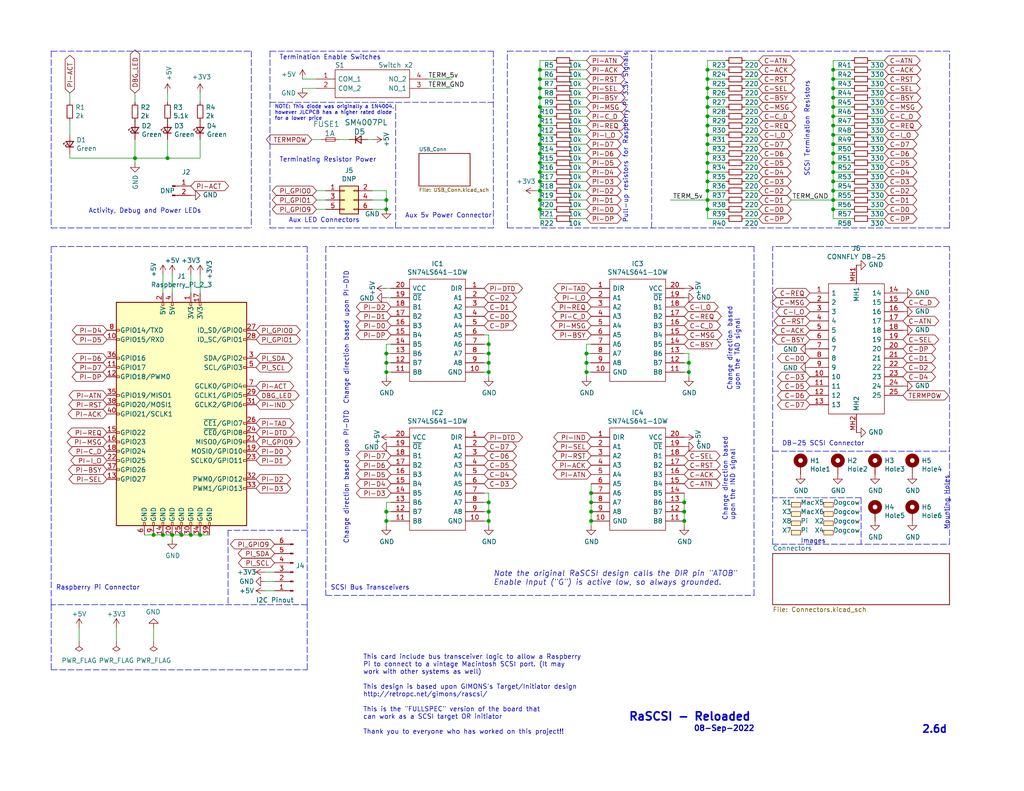
<source format=kicad_sch>
(kicad_sch (version 20211123) (generator eeschema)
  (paper "USLetter")
  (junction (at 147.32 19.05))
  (junction (at 227.33 57.15))
  (junction (at 193.04 52.07))
  (junction (at 147.32 36.83))
  (junction (at 105.41 142.24))
  (junction (at 133.35 101.6))
  (junction (at 227.33 54.61))
  (junction (at 133.35 96.52))
  (junction (at 186.69 137.16))
  (junction (at 147.32 52.07))
  (junction (at 187.96 99.06))
  (junction (at 147.32 21.59))
  (junction (at 147.32 49.53))
  (junction (at 160.02 99.06))
  (junction (at 147.32 54.61))
  (junction (at 105.41 101.6))
  (junction (at 54.61 146.05))
  (junction (at 193.04 19.05))
  (junction (at 193.04 54.61))
  (junction (at 105.41 139.7))
  (junction (at 160.02 96.52))
  (junction (at 161.29 134.62))
  (junction (at 227.33 29.21))
  (junction (at 41.91 146.05))
  (junction (at 133.35 137.16))
  (junction (at 133.35 139.7))
  (junction (at 227.33 44.45))
  (junction (at 193.04 36.83))
  (junction (at 147.32 24.13))
  (junction (at 227.33 46.99))
  (junction (at 36.83 43.18))
  (junction (at 105.41 99.06))
  (junction (at 227.33 24.13))
  (junction (at 193.04 24.13))
  (junction (at 193.04 29.21))
  (junction (at 193.04 34.29))
  (junction (at 44.45 146.05))
  (junction (at 193.04 31.75))
  (junction (at 193.04 44.45))
  (junction (at 147.32 31.75))
  (junction (at 227.33 19.05))
  (junction (at 227.33 41.91))
  (junction (at 193.04 26.67))
  (junction (at 147.32 39.37))
  (junction (at 186.69 142.24))
  (junction (at 147.32 44.45))
  (junction (at 227.33 26.67))
  (junction (at 147.32 26.67))
  (junction (at 147.32 57.15))
  (junction (at 227.33 52.07))
  (junction (at 147.32 41.91))
  (junction (at 227.33 39.37))
  (junction (at 133.35 142.24))
  (junction (at 45.72 43.18))
  (junction (at 160.02 101.6))
  (junction (at 227.33 49.53))
  (junction (at 227.33 34.29))
  (junction (at 227.33 36.83))
  (junction (at 193.04 39.37))
  (junction (at 52.07 146.05))
  (junction (at 161.29 139.7))
  (junction (at 147.32 29.21))
  (junction (at 187.96 101.6))
  (junction (at 186.69 139.7))
  (junction (at 227.33 21.59))
  (junction (at 161.29 137.16))
  (junction (at 105.41 54.61))
  (junction (at 147.32 34.29))
  (junction (at 227.33 31.75))
  (junction (at 46.99 146.05))
  (junction (at 147.32 46.99))
  (junction (at 193.04 41.91))
  (junction (at 105.41 57.15))
  (junction (at 193.04 46.99))
  (junction (at 193.04 21.59))
  (junction (at 49.53 146.05))
  (junction (at 161.29 142.24))
  (junction (at 133.35 93.98))
  (junction (at 193.04 57.15))
  (junction (at 105.41 96.52))
  (junction (at 133.35 99.06))
  (junction (at 193.04 49.53))
  (wire (pts (xy 193.04 59.69) (xy 198.12 59.69)))
  (wire (pts (xy 161.29 134.62) (xy 161.29 132.08)))
  (wire (pts (xy 49.53 146.05) (xy 46.99 146.05)))
  (wire (pts (xy 160.02 93.98) (xy 160.02 96.52)))
  (wire (pts (xy 227.33 41.91) (xy 227.33 44.45)))
  (polyline (pts (xy 88.9 162.56) (xy 205.74 162.56)))
  (wire (pts (xy 186.69 139.7) (xy 186.69 137.16)))
  (wire (pts (xy 46.99 80.01) (xy 46.99 74.93)))
  (wire (pts (xy 156.21 31.75) (xy 160.02 31.75)))
  (polyline (pts (xy 73.66 13.97) (xy 73.66 62.23)))
  (polyline (pts (xy 177.8 62.23) (xy 177.8 13.97)))
  (wire (pts (xy 133.35 99.06) (xy 133.35 101.6)))
  (wire (pts (xy 41.91 171.45) (xy 41.91 175.26)))
  (wire (pts (xy 207.01 57.15) (xy 203.2 57.15)))
  (wire (pts (xy 207.01 34.29) (xy 203.2 34.29)))
  (polyline (pts (xy 210.82 148.59) (xy 210.82 67.31)))
  (wire (pts (xy 241.3 52.07) (xy 237.49 52.07)))
  (wire (pts (xy 74.93 158.75) (xy 72.39 158.75)))
  (wire (pts (xy 87.63 38.1) (xy 85.09 38.1)))
  (wire (pts (xy 207.01 44.45) (xy 203.2 44.45)))
  (wire (pts (xy 241.3 21.59) (xy 237.49 21.59)))
  (wire (pts (xy 147.32 19.05) (xy 151.13 19.05)))
  (wire (pts (xy 207.01 52.07) (xy 203.2 52.07)))
  (polyline (pts (xy 13.97 13.97) (xy 13.97 62.23)))
  (wire (pts (xy 241.3 57.15) (xy 237.49 57.15)))
  (wire (pts (xy 241.3 31.75) (xy 237.49 31.75)))
  (wire (pts (xy 106.68 99.06) (xy 105.41 99.06)))
  (wire (pts (xy 193.04 52.07) (xy 198.12 52.07)))
  (wire (pts (xy 46.99 146.05) (xy 44.45 146.05)))
  (wire (pts (xy 241.3 24.13) (xy 237.49 24.13)))
  (wire (pts (xy 227.33 26.67) (xy 227.33 29.21)))
  (wire (pts (xy 105.41 139.7) (xy 105.41 142.24)))
  (wire (pts (xy 147.32 26.67) (xy 151.13 26.67)))
  (wire (pts (xy 193.04 39.37) (xy 198.12 39.37)))
  (wire (pts (xy 44.45 80.01) (xy 44.45 74.93)))
  (polyline (pts (xy 62.23 144.78) (xy 62.23 165.1)))
  (wire (pts (xy 207.01 36.83) (xy 203.2 36.83)))
  (wire (pts (xy 241.3 41.91) (xy 237.49 41.91)))
  (wire (pts (xy 54.61 146.05) (xy 52.07 146.05)))
  (wire (pts (xy 147.32 54.61) (xy 151.13 54.61)))
  (wire (pts (xy 227.33 16.51) (xy 232.41 16.51)))
  (wire (pts (xy 187.96 96.52) (xy 186.69 96.52)))
  (wire (pts (xy 227.33 36.83) (xy 227.33 39.37)))
  (wire (pts (xy 227.33 31.75) (xy 227.33 34.29)))
  (wire (pts (xy 207.01 59.69) (xy 203.2 59.69)))
  (wire (pts (xy 193.04 49.53) (xy 198.12 49.53)))
  (wire (pts (xy 160.02 101.6) (xy 160.02 102.87)))
  (polyline (pts (xy 73.66 13.97) (xy 134.62 13.97)))
  (polyline (pts (xy 83.82 165.1) (xy 83.82 165.1)))
  (polyline (pts (xy 138.43 13.97) (xy 259.08 13.97)))
  (wire (pts (xy 227.33 19.05) (xy 232.41 19.05)))
  (wire (pts (xy 132.08 134.62) (xy 133.35 134.62)))
  (wire (pts (xy 241.3 46.99) (xy 237.49 46.99)))
  (wire (pts (xy 227.33 59.69) (xy 232.41 59.69)))
  (wire (pts (xy 161.29 142.24) (xy 161.29 139.7)))
  (wire (pts (xy 161.29 143.51) (xy 161.29 142.24)))
  (wire (pts (xy 147.32 24.13) (xy 147.32 26.67)))
  (wire (pts (xy 133.35 139.7) (xy 133.35 142.24)))
  (wire (pts (xy 207.01 49.53) (xy 203.2 49.53)))
  (polyline (pts (xy 13.97 165.1) (xy 13.97 182.88)))
  (wire (pts (xy 19.05 25.4) (xy 19.05 27.94)))
  (wire (pts (xy 227.33 34.29) (xy 227.33 36.83)))
  (wire (pts (xy 147.32 52.07) (xy 147.32 54.61)))
  (wire (pts (xy 193.04 26.67) (xy 198.12 26.67)))
  (wire (pts (xy 156.21 54.61) (xy 160.02 54.61)))
  (wire (pts (xy 193.04 16.51) (xy 193.04 19.05)))
  (wire (pts (xy 101.6 57.15) (xy 105.41 57.15)))
  (wire (pts (xy 182.88 54.61) (xy 193.04 54.61)))
  (wire (pts (xy 147.32 46.99) (xy 147.32 49.53)))
  (wire (pts (xy 207.01 54.61) (xy 203.2 54.61)))
  (polyline (pts (xy 138.43 62.23) (xy 138.43 13.97)))
  (wire (pts (xy 147.32 24.13) (xy 151.13 24.13)))
  (wire (pts (xy 147.32 21.59) (xy 147.32 24.13)))
  (wire (pts (xy 106.68 139.7) (xy 105.41 139.7)))
  (wire (pts (xy 156.21 41.91) (xy 160.02 41.91)))
  (wire (pts (xy 147.32 57.15) (xy 151.13 57.15)))
  (wire (pts (xy 186.69 101.6) (xy 187.96 101.6)))
  (wire (pts (xy 105.41 81.28) (xy 106.68 81.28)))
  (wire (pts (xy 105.41 99.06) (xy 105.41 101.6)))
  (wire (pts (xy 147.32 57.15) (xy 147.32 59.69)))
  (wire (pts (xy 193.04 44.45) (xy 198.12 44.45)))
  (wire (pts (xy 193.04 41.91) (xy 193.04 44.45)))
  (wire (pts (xy 227.33 24.13) (xy 227.33 26.67)))
  (wire (pts (xy 146.05 52.07) (xy 147.32 52.07)))
  (wire (pts (xy 227.33 49.53) (xy 227.33 52.07)))
  (wire (pts (xy 86.36 24.13) (xy 82.55 24.13)))
  (wire (pts (xy 147.32 26.67) (xy 147.32 29.21)))
  (wire (pts (xy 105.41 101.6) (xy 105.41 102.87)))
  (wire (pts (xy 227.33 46.99) (xy 232.41 46.99)))
  (wire (pts (xy 156.21 49.53) (xy 160.02 49.53)))
  (wire (pts (xy 133.35 101.6) (xy 133.35 102.87)))
  (wire (pts (xy 147.32 39.37) (xy 151.13 39.37)))
  (wire (pts (xy 19.05 43.18) (xy 36.83 43.18)))
  (wire (pts (xy 133.35 142.24) (xy 133.35 143.51)))
  (wire (pts (xy 227.33 19.05) (xy 227.33 21.59)))
  (wire (pts (xy 132.08 139.7) (xy 133.35 139.7)))
  (wire (pts (xy 132.08 137.16) (xy 133.35 137.16)))
  (wire (pts (xy 227.33 41.91) (xy 232.41 41.91)))
  (polyline (pts (xy 259.08 67.31) (xy 210.82 67.31)))
  (wire (pts (xy 227.33 21.59) (xy 232.41 21.59)))
  (wire (pts (xy 227.33 54.61) (xy 232.41 54.61)))
  (wire (pts (xy 160.02 96.52) (xy 160.02 99.06)))
  (wire (pts (xy 105.41 57.15) (xy 105.41 54.61)))
  (wire (pts (xy 19.05 43.18) (xy 19.05 41.91)))
  (wire (pts (xy 147.32 41.91) (xy 151.13 41.91)))
  (polyline (pts (xy 134.62 13.97) (xy 134.62 62.23)))
  (wire (pts (xy 132.08 91.44) (xy 133.35 91.44)))
  (wire (pts (xy 106.68 137.16) (xy 105.41 137.16)))
  (wire (pts (xy 44.45 146.05) (xy 41.91 146.05)))
  (wire (pts (xy 101.6 54.61) (xy 105.41 54.61)))
  (wire (pts (xy 105.41 142.24) (xy 106.68 142.24)))
  (wire (pts (xy 132.08 99.06) (xy 133.35 99.06)))
  (wire (pts (xy 193.04 19.05) (xy 198.12 19.05)))
  (wire (pts (xy 133.35 91.44) (xy 133.35 93.98)))
  (wire (pts (xy 133.35 101.6) (xy 132.08 101.6)))
  (wire (pts (xy 54.61 43.18) (xy 54.61 38.1)))
  (wire (pts (xy 193.04 52.07) (xy 193.04 54.61)))
  (wire (pts (xy 241.3 54.61) (xy 237.49 54.61)))
  (wire (pts (xy 156.21 34.29) (xy 160.02 34.29)))
  (wire (pts (xy 147.32 49.53) (xy 147.32 52.07)))
  (wire (pts (xy 193.04 31.75) (xy 198.12 31.75)))
  (wire (pts (xy 207.01 31.75) (xy 203.2 31.75)))
  (wire (pts (xy 36.83 38.1) (xy 36.83 43.18)))
  (wire (pts (xy 207.01 46.99) (xy 203.2 46.99)))
  (wire (pts (xy 207.01 29.21) (xy 203.2 29.21)))
  (wire (pts (xy 105.41 96.52) (xy 105.41 99.06)))
  (wire (pts (xy 227.33 21.59) (xy 227.33 24.13)))
  (polyline (pts (xy 13.97 13.97) (xy 68.58 13.97)))
  (wire (pts (xy 86.36 57.15) (xy 88.9 57.15)))
  (wire (pts (xy 193.04 24.13) (xy 198.12 24.13)))
  (wire (pts (xy 45.72 43.18) (xy 54.61 43.18)))
  (wire (pts (xy 105.41 54.61) (xy 105.41 52.07)))
  (wire (pts (xy 193.04 59.69) (xy 193.04 57.15)))
  (wire (pts (xy 132.08 93.98) (xy 133.35 93.98)))
  (wire (pts (xy 156.21 36.83) (xy 160.02 36.83)))
  (wire (pts (xy 227.33 57.15) (xy 232.41 57.15)))
  (wire (pts (xy 207.01 24.13) (xy 203.2 24.13)))
  (wire (pts (xy 161.29 139.7) (xy 161.29 137.16)))
  (wire (pts (xy 86.36 21.59) (xy 82.55 21.59)))
  (polyline (pts (xy 83.82 165.1) (xy 13.97 165.1)))
  (wire (pts (xy 193.04 49.53) (xy 193.04 52.07)))
  (wire (pts (xy 227.33 54.61) (xy 215.9 54.61)))
  (wire (pts (xy 241.3 39.37) (xy 237.49 39.37)))
  (polyline (pts (xy 259.08 62.23) (xy 138.43 62.23)))
  (wire (pts (xy 227.33 31.75) (xy 232.41 31.75)))
  (wire (pts (xy 207.01 21.59) (xy 203.2 21.59)))
  (polyline (pts (xy 205.74 67.31) (xy 88.9 67.31)))
  (wire (pts (xy 147.32 44.45) (xy 147.32 46.99)))
  (wire (pts (xy 193.04 39.37) (xy 193.04 41.91)))
  (wire (pts (xy 95.25 38.1) (xy 92.71 38.1)))
  (wire (pts (xy 193.04 54.61) (xy 198.12 54.61)))
  (wire (pts (xy 21.59 171.45) (xy 21.59 175.26)))
  (wire (pts (xy 193.04 21.59) (xy 193.04 24.13)))
  (wire (pts (xy 133.35 134.62) (xy 133.35 137.16)))
  (wire (pts (xy 227.33 39.37) (xy 227.33 41.91)))
  (wire (pts (xy 156.21 52.07) (xy 160.02 52.07)))
  (wire (pts (xy 54.61 27.94) (xy 54.61 25.4)))
  (wire (pts (xy 36.83 27.94) (xy 36.83 25.4)))
  (wire (pts (xy 86.36 52.07) (xy 88.9 52.07)))
  (wire (pts (xy 193.04 36.83) (xy 193.04 39.37)))
  (polyline (pts (xy 234.95 135.89) (xy 234.95 148.59)))
  (wire (pts (xy 227.33 44.45) (xy 232.41 44.45)))
  (polyline (pts (xy 83.82 165.1) (xy 83.82 182.88)))
  (wire (pts (xy 193.04 46.99) (xy 193.04 49.53)))
  (wire (pts (xy 161.29 93.98) (xy 160.02 93.98)))
  (wire (pts (xy 116.84 24.13) (xy 123.19 24.13)))
  (wire (pts (xy 101.6 38.1) (xy 100.33 38.1)))
  (wire (pts (xy 31.75 171.45) (xy 31.75 175.26)))
  (wire (pts (xy 147.32 19.05) (xy 147.32 21.59)))
  (wire (pts (xy 161.29 101.6) (xy 160.02 101.6)))
  (wire (pts (xy 193.04 34.29) (xy 193.04 36.83)))
  (wire (pts (xy 186.69 99.06) (xy 187.96 99.06)))
  (wire (pts (xy 227.33 26.67) (xy 232.41 26.67)))
  (wire (pts (xy 227.33 36.83) (xy 232.41 36.83)))
  (wire (pts (xy 227.33 52.07) (xy 232.41 52.07)))
  (wire (pts (xy 133.35 137.16) (xy 133.35 139.7)))
  (wire (pts (xy 52.07 146.05) (xy 49.53 146.05)))
  (wire (pts (xy 187.96 102.87) (xy 187.96 101.6)))
  (wire (pts (xy 57.15 146.05) (xy 54.61 146.05)))
  (wire (pts (xy 193.04 44.45) (xy 193.04 46.99)))
  (wire (pts (xy 132.08 96.52) (xy 133.35 96.52)))
  (wire (pts (xy 193.04 57.15) (xy 198.12 57.15)))
  (wire (pts (xy 156.21 44.45) (xy 160.02 44.45)))
  (wire (pts (xy 193.04 24.13) (xy 193.04 26.67)))
  (wire (pts (xy 147.32 31.75) (xy 147.32 34.29)))
  (wire (pts (xy 147.32 41.91) (xy 147.32 44.45)))
  (wire (pts (xy 156.21 57.15) (xy 160.02 57.15)))
  (polyline (pts (xy 13.97 62.23) (xy 68.58 62.23)))
  (wire (pts (xy 227.33 24.13) (xy 232.41 24.13)))
  (wire (pts (xy 161.29 99.06) (xy 160.02 99.06)))
  (wire (pts (xy 241.3 29.21) (xy 237.49 29.21)))
  (wire (pts (xy 227.33 39.37) (xy 232.41 39.37)))
  (wire (pts (xy 161.29 137.16) (xy 161.29 134.62)))
  (wire (pts (xy 19.05 33.02) (xy 19.05 36.83)))
  (polyline (pts (xy 13.97 67.31) (xy 83.82 67.31)))
  (wire (pts (xy 186.69 142.24) (xy 186.69 139.7)))
  (wire (pts (xy 207.01 41.91) (xy 203.2 41.91)))
  (wire (pts (xy 156.21 39.37) (xy 160.02 39.37)))
  (wire (pts (xy 186.69 137.16) (xy 186.69 134.62)))
  (wire (pts (xy 147.32 54.61) (xy 147.32 57.15)))
  (wire (pts (xy 207.01 19.05) (xy 203.2 19.05)))
  (wire (pts (xy 227.33 57.15) (xy 227.33 54.61)))
  (wire (pts (xy 207.01 16.51) (xy 203.2 16.51)))
  (wire (pts (xy 46.99 147.32) (xy 46.99 146.05)))
  (wire (pts (xy 52.07 80.01) (xy 52.07 74.93)))
  (wire (pts (xy 186.69 143.51) (xy 186.69 142.24)))
  (wire (pts (xy 193.04 26.67) (xy 193.04 29.21)))
  (polyline (pts (xy 13.97 165.1) (xy 13.97 67.31)))
  (polyline (pts (xy 205.74 162.56) (xy 205.74 67.31)))
  (polyline (pts (xy 73.66 27.94) (xy 134.62 27.94)))
  (wire (pts (xy 241.3 59.69) (xy 237.49 59.69)))
  (polyline (pts (xy 234.95 135.89) (xy 210.82 135.89)))
  (wire (pts (xy 156.21 29.21) (xy 160.02 29.21)))
  (wire (pts (xy 133.35 99.06) (xy 133.35 96.52)))
  (wire (pts (xy 241.3 34.29) (xy 237.49 34.29)))
  (wire (pts (xy 116.84 21.59) (xy 123.19 21.59)))
  (wire (pts (xy 227.33 49.53) (xy 232.41 49.53)))
  (wire (pts (xy 241.3 49.53) (xy 237.49 49.53)))
  (wire (pts (xy 156.21 21.59) (xy 160.02 21.59)))
  (wire (pts (xy 193.04 29.21) (xy 198.12 29.21)))
  (wire (pts (xy 147.32 36.83) (xy 151.13 36.83)))
  (wire (pts (xy 72.39 156.21) (xy 74.93 156.21)))
  (wire (pts (xy 227.33 34.29) (xy 232.41 34.29)))
  (wire (pts (xy 193.04 19.05) (xy 193.04 21.59)))
  (wire (pts (xy 147.32 36.83) (xy 147.32 39.37)))
  (wire (pts (xy 207.01 26.67) (xy 203.2 26.67)))
  (wire (pts (xy 227.33 44.45) (xy 227.33 46.99)))
  (wire (pts (xy 106.68 101.6) (xy 105.41 101.6)))
  (wire (pts (xy 227.33 46.99) (xy 227.33 49.53)))
  (wire (pts (xy 147.32 59.69) (xy 151.13 59.69)))
  (wire (pts (xy 193.04 16.51) (xy 198.12 16.51)))
  (wire (pts (xy 105.41 143.51) (xy 105.41 142.24)))
  (wire (pts (xy 147.32 34.29) (xy 147.32 36.83)))
  (wire (pts (xy 147.32 29.21) (xy 151.13 29.21)))
  (wire (pts (xy 105.41 78.74) (xy 106.68 78.74)))
  (wire (pts (xy 41.91 146.05) (xy 39.37 146.05)))
  (wire (pts (xy 187.96 101.6) (xy 187.96 99.06)))
  (wire (pts (xy 187.96 99.06) (xy 187.96 96.52)))
  (wire (pts (xy 227.33 29.21) (xy 227.33 31.75)))
  (wire (pts (xy 193.04 29.21) (xy 193.04 31.75)))
  (wire (pts (xy 156.21 46.99) (xy 160.02 46.99)))
  (polyline (pts (xy 83.82 67.31) (xy 83.82 165.1)))
  (wire (pts (xy 227.33 59.69) (xy 227.33 57.15)))
  (wire (pts (xy 241.3 19.05) (xy 237.49 19.05)))
  (wire (pts (xy 86.36 54.61) (xy 88.9 54.61)))
  (wire (pts (xy 147.32 46.99) (xy 151.13 46.99)))
  (wire (pts (xy 241.3 44.45) (xy 237.49 44.45)))
  (polyline (pts (xy 210.82 123.19) (xy 259.08 123.19)))
  (wire (pts (xy 54.61 80.01) (xy 54.61 74.93)))
  (wire (pts (xy 72.39 161.29) (xy 74.93 161.29)))
  (wire (pts (xy 105.41 52.07) (xy 101.6 52.07)))
  (wire (pts (xy 106.68 93.98) (xy 105.41 93.98)))
  (wire (pts (xy 161.29 96.52) (xy 160.02 96.52)))
  (wire (pts (xy 241.3 26.67) (xy 237.49 26.67)))
  (wire (pts (xy 193.04 31.75) (xy 193.04 34.29)))
  (wire (pts (xy 105.41 137.16) (xy 105.41 139.7)))
  (wire (pts (xy 133.35 93.98) (xy 133.35 96.52)))
  (polyline (pts (xy 68.58 13.97) (xy 68.58 62.23)))
  (wire (pts (xy 147.32 21.59) (xy 151.13 21.59)))
  (wire (pts (xy 147.32 29.21) (xy 147.32 31.75)))
  (wire (pts (xy 156.21 19.05) (xy 160.02 19.05)))
  (polyline (pts (xy 259.08 62.23) (xy 259.08 13.97)))
  (polyline (pts (xy 73.66 62.23) (xy 134.62 62.23)))
  (wire (pts (xy 147.32 34.29) (xy 151.13 34.29)))
  (wire (pts (xy 105.41 93.98) (xy 105.41 96.52)))
  (wire (pts (xy 132.08 142.24) (xy 133.35 142.24)))
  (polyline (pts (xy 259.08 148.59) (xy 259.08 67.31)))
  (wire (pts (xy 160.02 99.06) (xy 160.02 101.6)))
  (wire (pts (xy 105.41 96.52) (xy 106.68 96.52)))
  (wire (pts (xy 45.72 38.1) (xy 45.72 43.18)))
  (wire (pts (xy 36.83 43.18) (xy 45.72 43.18)))
  (wire (pts (xy 207.01 39.37) (xy 203.2 39.37)))
  (wire (pts (xy 241.3 16.51) (xy 237.49 16.51)))
  (wire (pts (xy 36.83 44.45) (xy 36.83 43.18)))
  (wire (pts (xy 193.04 34.29) (xy 198.12 34.29)))
  (polyline (pts (xy 13.97 182.88) (xy 83.82 182.88)))
  (wire (pts (xy 193.04 57.15) (xy 193.04 54.61)))
  (wire (pts (xy 147.32 49.53) (xy 151.13 49.53)))
  (wire (pts (xy 241.3 36.83) (xy 237.49 36.83)))
  (wire (pts (xy 147.32 39.37) (xy 147.32 41.91)))
  (polyline (pts (xy 107.95 62.23) (xy 107.95 27.94)))
  (wire (pts (xy 45.72 27.94) (xy 45.72 25.4)))
  (wire (pts (xy 147.32 16.51) (xy 151.13 16.51)))
  (wire (pts (xy 193.04 46.99) (xy 198.12 46.99)))
  (wire (pts (xy 147.32 44.45) (xy 151.13 44.45)))
  (wire (pts (xy 193.04 21.59) (xy 198.12 21.59)))
  (polyline (pts (xy 88.9 67.31) (xy 88.9 162.56)))
  (wire (pts (xy 193.04 36.83) (xy 198.12 36.83)))
  (wire (pts (xy 156.21 24.13) (xy 160.02 24.13)))
  (wire (pts (xy 147.32 31.75) (xy 151.13 31.75)))
  (wire (pts (xy 193.04 41.91) (xy 198.12 41.91)))
  (polyline (pts (xy 210.82 148.59) (xy 259.08 148.59)))
  (wire (pts (xy 227.33 29.21) (xy 232.41 29.21)))
  (wire (pts (xy 227.33 16.51) (xy 227.33 19.05)))
  (wire (pts (xy 156.21 26.67) (xy 160.02 26.67)))
  (polyline (pts (xy 83.82 144.78) (xy 62.23 144.78)))
  (wire (pts (xy 156.21 59.69) (xy 160.02 59.69)))
  (wire (pts (xy 156.21 16.51) (xy 160.02 16.51)))
  (wire (pts (xy 147.32 16.51) (xy 147.32 19.05)))
  (wire (pts (xy 227.33 52.07) (xy 227.33 54.61)))
  (wire (pts (xy 147.32 52.07) (xy 151.13 52.07)))
  (text "Images" (at 218.44 148.59 0) (effects (font (size 1.27 1.27)) (justify left bottom)))
  (text "RaSCSI - Reloaded" (at 171.45 197.104 0) (effects (font (size 2.2098 2.2098) (thickness 0.442) bold) (justify left bottom)))
  (text "2.6d" (at 251.46 200.406 0) (effects (font (size 2.0066 2.0066) (thickness 0.4013) bold) (justify left bottom)))
  (text "Raspberry Pi Connector" (at 15.24 161.29 0) (effects (font (size 1.27 1.27)) (justify left bottom)))
  (text "Change direction based \nupon the TAD signal" (at 201.93 106.68 90) (effects (font (size 1.27 1.27)) (justify left bottom)))
  (text "Terminating Resistor Power" (at 76.2 44.45 0) (effects (font (size 1.27 1.27)) (justify left bottom)))
  (text "Mounting Holes" (at 259.08 144.78 90) (effects (font (size 1.27 1.27)) (justify left bottom)))
  (text "08-Sep-2022" (at 189.23 199.898 0) (effects (font (size 1.4986 1.4986) (thickness 0.2997) bold) (justify left bottom)))
  (text "DB-25 SCSI Connector" (at 213.36 121.92 0) (effects (font (size 1.27 1.27)) (justify left bottom)))
  (text "SCSI Termination Resistors" (at 220.98 48.26 90) (effects (font (size 1.27 1.27)) (justify left bottom)))
  (text "Pull-up resistors for Raspberry Pi 3.3v Signals" (at 171.45 60.96 90) (effects (font (size 1.27 1.27)) (justify left bottom)))
  (text "Change direction based \nupon the IND signal" (at 200.66 142.24 90) (effects (font (size 1.27 1.27)) (justify left bottom)))
  (text "NOTE: This diode was originally a 1N4004, \nhowever JLCPCB has a higher rated diode \nfor a lower price" (at 74.93 33.02 0) (effects (font (size 0.9906 0.9906)) (justify left bottom)))
  (text "Change direction based upon PI-DTD" (at 95.25 110.49 90) (effects (font (size 1.27 1.27)) (justify left bottom)))
  (text "Note the original RaSCSI design calls the DIR pin \"ATOB\"\nEnable Input (\"G\") is active low, so always grounded." (at 134.62 160.02 0) (effects (font (size 1.4986 1.4986) italic) (justify left bottom)))
  (text "Activity, Debug and Power LEDs" (at 24.13 58.42 0) (effects (font (size 1.27 1.27)) (justify left bottom)))
  (text "Termination Enable Switches" (at 76.2 16.51 0) (effects (font (size 1.27 1.27)) (justify left bottom)))
  (text "Change direction based upon PI-DTD" (at 95.25 148.59 90) (effects (font (size 1.27 1.27)) (justify left bottom)))
  (text "This card include bus transceiver logic to allow a Raspberry \nPi to connect to a vintage Macintosh SCSI port. (It may \nwork with other systems as well)\n\nThis design is based upon GIMONS's Target/Initiator design\nhttp://retropc.net/gimons/rascsi/\n\nThis is the \"FULLSPEC\" version of the board that \ncan work as a SCSI target OR initiator\n\nThank you to everyone who has worked on this project!!" (at 99.06 200.66 0) (effects (font (size 1.27 1.27)) (justify left bottom)))
  (text "Aux 5v Power Connector" (at 110.49 59.69 0) (effects (font (size 1.27 1.27)) (justify left bottom)))
  (text "SCSI Bus Transceivers" (at 90.17 161.29 0) (effects (font (size 1.27 1.27)) (justify left bottom)))
  (text "Aux LED Connectors" (at 78.74 60.96 0) (effects (font (size 1.27 1.27)) (justify left bottom)))
  (label "TERM_GND" (at 116.84 24.13 0))
  (label "TERM_5v" (at 116.84 21.59 0))
  (label "TERM_GND" (at 226.06 54.61 180))
  (label "TERM_5v" (at 191.77 54.61 180))
  (global_label "PI-DP" (shape bidirectional) (at 29.21 102.87 180) (property "Intersheet References" "${INTERSHEET_REFS}" (effects hide)))
  (global_label "PI-REQ" (shape bidirectional) (at 161.29 83.82 180) (property "Intersheet References" "${INTERSHEET_REFS}" (effects hide)))
  (global_label "PI-I_O" (shape bidirectional) (at 160.02 36.83 0) (property "Intersheet References" "${INTERSHEET_REFS}" (effects hide)))
  (global_label "PI-D6" (shape bidirectional) (at 160.02 41.91 0) (property "Intersheet References" "${INTERSHEET_REFS}" (effects hide)))
  (global_label "C-DP" (shape bidirectional) (at 207.01 59.69 0) (property "Intersheet References" "${INTERSHEET_REFS}" (effects hide)))
  (global_label "PI-DTD" (shape bidirectional) (at 132.08 119.38 0) (property "Intersheet References" "${INTERSHEET_REFS}" (effects hide)))
  (global_label "C-I_O" (shape bidirectional) (at 207.01 36.83 0) (property "Intersheet References" "${INTERSHEET_REFS}" (effects hide)))
  (global_label "PI-D0" (shape bidirectional) (at 69.85 123.19 0) (property "Intersheet References" "${INTERSHEET_REFS}" (effects hide)))
  (global_label "PI-D7" (shape bidirectional) (at 106.68 124.46 180) (property "Intersheet References" "${INTERSHEET_REFS}" (effects hide)))
  (global_label "PI-D4" (shape bidirectional) (at 29.21 90.17 180) (property "Intersheet References" "${INTERSHEET_REFS}" (effects hide)))
  (global_label "C-ATN" (shape bidirectional) (at 246.38 87.63 0) (property "Intersheet References" "${INTERSHEET_REFS}" (effects hide)))
  (global_label "PI-C_D" (shape bidirectional) (at 161.29 86.36 180) (property "Intersheet References" "${INTERSHEET_REFS}" (effects hide)))
  (global_label "C-D6" (shape bidirectional) (at 132.08 124.46 0) (property "Intersheet References" "${INTERSHEET_REFS}" (effects hide)))
  (global_label "PI-REQ" (shape bidirectional) (at 160.02 34.29 0) (property "Intersheet References" "${INTERSHEET_REFS}" (effects hide)))
  (global_label "C-D0" (shape bidirectional) (at 132.08 86.36 0) (property "Intersheet References" "${INTERSHEET_REFS}" (effects hide)))
  (global_label "C-D3" (shape bidirectional) (at 132.08 132.08 0) (property "Intersheet References" "${INTERSHEET_REFS}" (effects hide)))
  (global_label "C-D1" (shape bidirectional) (at 246.38 97.79 0) (property "Intersheet References" "${INTERSHEET_REFS}" (effects hide)))
  (global_label "PI-C_D" (shape bidirectional) (at 29.21 123.19 180) (property "Intersheet References" "${INTERSHEET_REFS}" (effects hide)))
  (global_label "C-D1" (shape bidirectional) (at 241.3 54.61 0) (property "Intersheet References" "${INTERSHEET_REFS}" (effects hide)))
  (global_label "PI-D3" (shape bidirectional) (at 69.85 133.35 0) (property "Intersheet References" "${INTERSHEET_REFS}" (effects hide)))
  (global_label "C-DP" (shape bidirectional) (at 246.38 95.25 0) (property "Intersheet References" "${INTERSHEET_REFS}" (effects hide)))
  (global_label "C-D6" (shape bidirectional) (at 241.3 41.91 0) (property "Intersheet References" "${INTERSHEET_REFS}" (effects hide)))
  (global_label "C-C_D" (shape bidirectional) (at 241.3 31.75 0) (property "Intersheet References" "${INTERSHEET_REFS}" (effects hide)))
  (global_label "C-BSY" (shape bidirectional) (at 220.98 92.71 180) (property "Intersheet References" "${INTERSHEET_REFS}" (effects hide)))
  (global_label "C-RST" (shape bidirectional) (at 241.3 21.59 0) (property "Intersheet References" "${INTERSHEET_REFS}" (effects hide)))
  (global_label "C-ACK" (shape bidirectional) (at 207.01 19.05 0) (property "Intersheet References" "${INTERSHEET_REFS}" (effects hide)))
  (global_label "PI-D7" (shape bidirectional) (at 160.02 39.37 0) (property "Intersheet References" "${INTERSHEET_REFS}" (effects hide)))
  (global_label "PI-D2" (shape bidirectional) (at 160.02 52.07 0) (property "Intersheet References" "${INTERSHEET_REFS}" (effects hide)))
  (global_label "PI-DTD" (shape bidirectional) (at 69.85 118.11 0) (property "Intersheet References" "${INTERSHEET_REFS}" (effects hide)))
  (global_label "PI-D3" (shape bidirectional) (at 160.02 49.53 0) (property "Intersheet References" "${INTERSHEET_REFS}" (effects hide)))
  (global_label "PI-ATN" (shape bidirectional) (at 161.29 129.54 180) (property "Intersheet References" "${INTERSHEET_REFS}" (effects hide)))
  (global_label "C-D5" (shape bidirectional) (at 220.98 105.41 180) (property "Intersheet References" "${INTERSHEET_REFS}" (effects hide)))
  (global_label "PI-I_O" (shape bidirectional) (at 161.29 81.28 180) (property "Intersheet References" "${INTERSHEET_REFS}" (effects hide)))
  (global_label "C-I_O" (shape bidirectional) (at 220.98 85.09 180) (property "Intersheet References" "${INTERSHEET_REFS}" (effects hide)))
  (global_label "PI-MSG" (shape bidirectional) (at 160.02 29.21 0) (property "Intersheet References" "${INTERSHEET_REFS}" (effects hide)))
  (global_label "PI-DTD" (shape bidirectional) (at 132.08 78.74 0) (property "Intersheet References" "${INTERSHEET_REFS}" (effects hide)))
  (global_label "PI-D5" (shape bidirectional) (at 29.21 92.71 180) (property "Intersheet References" "${INTERSHEET_REFS}" (effects hide)))
  (global_label "C-D5" (shape bidirectional) (at 241.3 44.45 0) (property "Intersheet References" "${INTERSHEET_REFS}" (effects hide)))
  (global_label "C-D0" (shape bidirectional) (at 207.01 57.15 0) (property "Intersheet References" "${INTERSHEET_REFS}" (effects hide)))
  (global_label "PI-ACT" (shape bidirectional) (at 19.05 25.4 90) (property "Intersheet References" "${INTERSHEET_REFS}" (effects hide)))
  (global_label "C-D3" (shape bidirectional) (at 220.98 102.87 180) (property "Intersheet References" "${INTERSHEET_REFS}" (effects hide)))
  (global_label "C-D0" (shape bidirectional) (at 220.98 97.79 180) (property "Intersheet References" "${INTERSHEET_REFS}" (effects hide)))
  (global_label "C-MSG" (shape bidirectional) (at 241.3 29.21 0) (property "Intersheet References" "${INTERSHEET_REFS}" (effects hide)))
  (global_label "PI-RST" (shape bidirectional) (at 160.02 21.59 0) (property "Intersheet References" "${INTERSHEET_REFS}" (effects hide)))
  (global_label "PI-D6" (shape bidirectional) (at 106.68 127 180) (property "Intersheet References" "${INTERSHEET_REFS}" (effects hide)))
  (global_label "C-D0" (shape bidirectional) (at 241.3 57.15 0) (property "Intersheet References" "${INTERSHEET_REFS}" (effects hide)))
  (global_label "C-D5" (shape bidirectional) (at 132.08 127 0) (property "Intersheet References" "${INTERSHEET_REFS}" (effects hide)))
  (global_label "C-D4" (shape bidirectional) (at 132.08 129.54 0) (property "Intersheet References" "${INTERSHEET_REFS}" (effects hide)))
  (global_label "C-RST" (shape bidirectional) (at 220.98 87.63 180) (property "Intersheet References" "${INTERSHEET_REFS}" (effects hide)))
  (global_label "PI-SEL" (shape bidirectional) (at 29.21 130.81 180) (property "Intersheet References" "${INTERSHEET_REFS}" (effects hide)))
  (global_label "PI-IND" (shape bidirectional) (at 69.85 110.49 0) (property "Intersheet References" "${INTERSHEET_REFS}" (effects hide)))
  (global_label "C-C_D" (shape bidirectional) (at 246.38 82.55 0) (property "Intersheet References" "${INTERSHEET_REFS}" (effects hide)))
  (global_label "C-D7" (shape bidirectional) (at 241.3 39.37 0) (property "Intersheet References" "${INTERSHEET_REFS}" (effects hide)))
  (global_label "PI_GPIO9" (shape bidirectional) (at 74.93 148.59 180) (property "Intersheet References" "${INTERSHEET_REFS}" (effects hide)))
  (global_label "PI-D1" (shape bidirectional) (at 69.85 125.73 0) (property "Intersheet References" "${INTERSHEET_REFS}" (effects hide)))
  (global_label "C-D7" (shape bidirectional) (at 207.01 39.37 0) (property "Intersheet References" "${INTERSHEET_REFS}" (effects hide)))
  (global_label "PI-RST" (shape bidirectional) (at 29.21 110.49 180) (property "Intersheet References" "${INTERSHEET_REFS}" (effects hide)))
  (global_label "C-D1" (shape bidirectional) (at 132.08 83.82 0) (property "Intersheet References" "${INTERSHEET_REFS}" (effects hide)))
  (global_label "PI-REQ" (shape bidirectional) (at 29.21 118.11 180) (property "Intersheet References" "${INTERSHEET_REFS}" (effects hide)))
  (global_label "C-ACK" (shape bidirectional) (at 241.3 19.05 0) (property "Intersheet References" "${INTERSHEET_REFS}" (effects hide)))
  (global_label "PI-ATN" (shape bidirectional) (at 29.21 107.95 180) (property "Intersheet References" "${INTERSHEET_REFS}" (effects hide)))
  (global_label "PI-D4" (shape bidirectional) (at 106.68 132.08 180) (property "Intersheet References" "${INTERSHEET_REFS}" (effects hide)))
  (global_label "C-C_D" (shape bidirectional) (at 186.69 88.9 0) (property "Intersheet References" "${INTERSHEET_REFS}" (effects hide)))
  (global_label "C-BSY" (shape bidirectional) (at 241.3 26.67 0) (property "Intersheet References" "${INTERSHEET_REFS}" (effects hide)))
  (global_label "C-SEL" (shape bidirectional) (at 246.38 92.71 0) (property "Intersheet References" "${INTERSHEET_REFS}" (effects hide)))
  (global_label "C-ATN" (shape bidirectional) (at 207.01 16.51 0) (property "Intersheet References" "${INTERSHEET_REFS}" (effects hide)))
  (global_label "PI_SCL" (shape bidirectional) (at 69.85 100.33 0) (property "Intersheet References" "${INTERSHEET_REFS}" (effects hide)))
  (global_label "DBG_LED" (shape bidirectional) (at 36.83 25.4 90) (property "Intersheet References" "${INTERSHEET_REFS}" (effects hide)))
  (global_label "C-D2" (shape bidirectional) (at 207.01 52.07 0) (property "Intersheet References" "${INTERSHEET_REFS}" (effects hide)))
  (global_label "PI_GPIO1" (shape bidirectional) (at 69.85 92.71 0) (property "Intersheet References" "${INTERSHEET_REFS}" (effects hide)))
  (global_label "PI-BSY" (shape bidirectional) (at 29.21 128.27 180) (property "Intersheet References" "${INTERSHEET_REFS}" (effects hide)))
  (global_label "PI-BSY" (shape bidirectional) (at 160.02 26.67 0) (property "Intersheet References" "${INTERSHEET_REFS}" (effects hide)))
  (global_label "C-MSG" (shape bidirectional) (at 186.69 91.44 0) (property "Intersheet References" "${INTERSHEET_REFS}" (effects hide)))
  (global_label "PI-ACT" (shape bidirectional) (at 52.07 50.8 0) (property "Intersheet References" "${INTERSHEET_REFS}" (effects hide)))
  (global_label "C-D3" (shape bidirectional) (at 207.01 49.53 0) (property "Intersheet References" "${INTERSHEET_REFS}" (effects hide)))
  (global_label "DBG_LED" (shape bidirectional) (at 69.85 107.95 0) (property "Intersheet References" "${INTERSHEET_REFS}" (effects hide)))
  (global_label "TERMPOW" (shape bidirectional) (at 85.09 38.1 180) (property "Intersheet References" "${INTERSHEET_REFS}" (effects hide)))
  (global_label "PI_SDA" (shape bidirectional) (at 74.93 151.13 180) (property "Intersheet References" "${INTERSHEET_REFS}" (effects hide)))
  (global_label "C-D3" (shape bidirectional) (at 241.3 49.53 0) (property "Intersheet References" "${INTERSHEET_REFS}" (effects hide)))
  (global_label "PI_GPIO1" (shape bidirectional) (at 86.36 54.61 180) (property "Intersheet References" "${INTERSHEET_REFS}" (effects hide)))
  (global_label "C-D4" (shape bidirectional) (at 207.01 46.99 0) (property "Intersheet References" "${INTERSHEET_REFS}" (effects hide)))
  (global_label "PI-ATN" (shape bidirectional) (at 160.02 16.51 0) (property "Intersheet References" "${INTERSHEET_REFS}" (effects hide)))
  (global_label "C-ATN" (shape bidirectional) (at 186.69 132.08 0) (property "Intersheet References" "${INTERSHEET_REFS}" (effects hide)))
  (global_label "C-D2" (shape bidirectional) (at 241.3 52.07 0) (property "Intersheet References" "${INTERSHEET_REFS}" (effects hide)))
  (global_label "PI-ACT" (shape bidirectional) (at 69.85 105.41 0) (property "Intersheet References" "${INTERSHEET_REFS}" (effects hide)))
  (global_label "PI-MSG" (shape bidirectional) (at 161.29 88.9 180) (property "Intersheet References" "${INTERSHEET_REFS}" (effects hide)))
  (global_label "PI-D2" (shape bidirectional) (at 106.68 83.82 180) (property "Intersheet References" "${INTERSHEET_REFS}" (effects hide)))
  (global_label "PI-DP" (shape bidirectional) (at 160.02 59.69 0) (property "Intersheet References" "${INTERSHEET_REFS}" (effects hide)))
  (global_label "C-BSY" (shape bidirectional) (at 186.69 93.98 0) (property "Intersheet References" "${INTERSHEET_REFS}" (effects hide)))
  (global_label "C-MSG" (shape bidirectional) (at 220.98 82.55 180) (property "Intersheet References" "${INTERSHEET_REFS}" (effects hide)))
  (global_label "PI-D6" (shape bidirectional) (at 29.21 97.79 180) (property "Intersheet References" "${INTERSHEET_REFS}" (effects hide)))
  (global_label "C-SEL" (shape bidirectional) (at 207.01 24.13 0) (property "Intersheet References" "${INTERSHEET_REFS}" (effects hide)))
  (global_label "PI-TAD" (shape bidirectional) (at 69.85 115.57 0) (property "Intersheet References" "${INTERSHEET_REFS}" (effects hide)))
  (global_label "PI-D1" (shape bidirectional) (at 106.68 86.36 180) (property "Intersheet References" "${INTERSHEET_REFS}" (effects hide)))
  (global_label "C-I_O" (shape bidirectional) (at 186.69 83.82 0) (property "Intersheet References" "${INTERSHEET_REFS}" (effects hide)))
  (global_label "C-D7" (shape bidirectional) (at 132.08 121.92 0) (property "Intersheet References" "${INTERSHEET_REFS}" (effects hide)))
  (global_label "C-D4" (shape bidirectional) (at 241.3 46.99 0) (property "Intersheet References" "${INTERSHEET_REFS}" (effects hide)))
  (global_label "C-MSG" (shape bidirectional) (at 207.01 29.21 0) (property "Intersheet References" "${INTERSHEET_REFS}" (effects hide)))
  (global_label "PI-D1" (shape bidirectional) (at 160.02 54.61 0) (property "Intersheet References" "${INTERSHEET_REFS}" (effects hide)))
  (global_label "C-C_D" (shape bidirectional) (at 207.01 31.75 0) (property "Intersheet References" "${INTERSHEET_REFS}" (effects hide)))
  (global_label "PI_GPIO0" (shape bidirectional) (at 86.36 52.07 180) (property "Intersheet References" "${INTERSHEET_REFS}" (effects hide)))
  (global_label "C-D1" (shape bidirectional) (at 207.01 54.61 0) (property "Intersheet References" "${INTERSHEET_REFS}" (effects hide)))
  (global_label "PI_GPIO9" (shape bidirectional) (at 69.85 120.65 0) (property "Intersheet References" "${INTERSHEET_REFS}" (effects hide)))
  (global_label "PI-IND" (shape bidirectional) (at 161.29 119.38 180) (property "Intersheet References" "${INTERSHEET_REFS}" (effects hide)))
  (global_label "C-D5" (shape bidirectional) (at 207.01 44.45 0) (property "Intersheet References" "${INTERSHEET_REFS}" (effects hide)))
  (global_label "PI-ACK" (shape bidirectional) (at 161.29 127 180) (property "Intersheet References" "${INTERSHEET_REFS}" (effects hide)))
  (global_label "C-REQ" (shape bidirectional) (at 241.3 34.29 0) (property "Intersheet References" "${INTERSHEET_REFS}" (effects hide)))
  (global_label "PI-I_O" (shape bidirectional) (at 29.21 125.73 180) (property "Intersheet References" "${INTERSHEET_REFS}" (effects hide)))
  (global_label "PI_GPIO9" (shape bidirectional) (at 86.36 57.15 180) (property "Intersheet References" "${INTERSHEET_REFS}" (effects hide)))
  (global_label "C-REQ" (shape bidirectional) (at 186.69 86.36 0) (property "Intersheet References" "${INTERSHEET_REFS}" (effects hide)))
  (global_label "C-ATN" (shape bidirectional) (at 241.3 16.51 0) (property "Intersheet References" "${INTERSHEET_REFS}" (effects hide)))
  (global_label "C-D4" (shape bidirectional) (at 246.38 102.87 0) (property "Intersheet References" "${INTERSHEET_REFS}" (effects hide)))
  (global_label "C-D2" (shape bidirectional) (at 132.08 81.28 0) (property "Intersheet References" "${INTERSHEET_REFS}" (effects hide)))
  (global_label "C-DP" (shape bidirectional) (at 132.08 88.9 0) (property "Intersheet References" "${INTERSHEET_REFS}" (effects hide)))
  (global_label "C-DP" (shape bidirectional) (at 241.3 59.69 0) (property "Intersheet References" "${INTERSHEET_REFS}" (effects hide)))
  (global_label "C-D2" (shape bidirectional) (at 246.38 100.33 0) (property "Intersheet References" "${INTERSHEET_REFS}" (effects hide)))
  (global_label "PI-D2" (shape bidirectional) (at 69.85 130.81 0) (property "Intersheet References" "${INTERSHEET_REFS}" (effects hide)))
  (global_label "PI-D4" (shape bidirectional) (at 160.02 46.99 0) (property "Intersheet References" "${INTERSHEET_REFS}" (effects hide)))
  (global_label "C-REQ" (shape bidirectional) (at 220.98 80.01 180) (property "Intersheet References" "${INTERSHEET_REFS}" (effects hide)))
  (global_label "PI-C_D" (shape bidirectional) (at 160.02 31.75 0) (property "Intersheet References" "${INTERSHEET_REFS}" (effects hide)))
  (global_label "PI-D0" (shape bidirectional) (at 106.68 88.9 180) (property "Intersheet References" "${INTERSHEET_REFS}" (effects hide)))
  (global_label "PI-MSG" (shape bidirectional) (at 29.21 120.65 180) (property "Intersheet References" "${INTERSHEET_REFS}" (effects hide)))
  (global_label "PI-DP" (shape bidirectional) (at 106.68 91.44 180) (property "Intersheet References" "${INTERSHEET_REFS}" (effects hide)))
  (global_label "C-ACK" (shape bidirectional) (at 186.69 129.54 0) (property "Intersheet References" "${INTERSHEET_REFS}" (effects hide)))
  (global_label "PI-ACK" (shape bidirectional) (at 29.21 113.03 180) (property "Intersheet References" "${INTERSHEET_REFS}" (effects hide)))
  (global_label "C-REQ" (shape bidirectional) (at 207.01 34.29 0) (property "Intersheet References" "${INTERSHEET_REFS}" (effects hide)))
  (global_label "C-SEL" (shape bidirectional) (at 241.3 24.13 0) (property "Intersheet References" "${INTERSHEET_REFS}" (effects hide)))
  (global_label "C-D7" (shape bidirectional) (at 220.98 110.49 180) (property "Intersheet References" "${INTERSHEET_REFS}" (effects hide)))
  (global_label "PI-BSY" (shape bidirectional) (at 161.29 91.44 180) (property "Intersheet References" "${INTERSHEET_REFS}" (effects hide)))
  (global_label "PI-SEL" (shape bidirectional) (at 161.29 121.92 180) (property "Intersheet References" "${INTERSHEET_REFS}" (effects hide)))
  (global_label "C-D6" (shape bidirectional) (at 220.98 107.95 180) (property "Intersheet References" "${INTERSHEET_REFS}" (effects hide)))
  (global_label "PI-D7" (shape bidirectional) (at 29.21 100.33 180) (property "Intersheet References" "${INTERSHEET_REFS}" (effects hide)))
  (global_label "C-BSY" (shape bidirectional) (at 207.01 26.67 0) (property "Intersheet References" "${INTERSHEET_REFS}" (effects hide)))
  (global_label "PI-D0" (shape bidirectional) (at 160.02 57.15 0) (property "Intersheet References" "${INTERSHEET_REFS}" (effects hide)))
  (global_label "PI-D5" (shape bidirectional) (at 160.02 44.45 0) (property "Intersheet References" "${INTERSHEET_REFS}" (effects hide)))
  (global_label "C-SEL" (shape bidirectional) (at 186.69 124.46 0) (property "Intersheet References" "${INTERSHEET_REFS}" (effects hide)))
  (global_label "PI-RST" (shape bidirectional) (at 161.29 124.46 180) (property "Intersheet References" "${INTERSHEET_REFS}" (effects hide)))
  (global_label "PI_SDA" (shape bidirectional) (at 69.85 97.79 0) (property "Intersheet References" "${INTERSHEET_REFS}" (effects hide)))
  (global_label "PI_GPIO0" (shape bidirectional) (at 69.85 90.17 0) (property "Intersheet References" "${INTERSHEET_REFS}" (effects hide)))
  (global_label "PI_SCL" (shape bidirectional) (at 74.93 153.67 180) (property "Intersheet References" "${INTERSHEET_REFS}" (effects hide)))
  (global_label "PI-SEL" (shape bidirectional) (at 160.02 24.13 0) (property "Intersheet References" "${INTERSHEET_REFS}" (effects hide)))
  (global_label "TERMPOW" (shape bidirectional) (at 246.38 107.95 0) (property "Intersheet References" "${INTERSHEET_REFS}" (effects hide)))
  (global_label "C-RST" (shape bidirectional) (at 207.01 21.59 0) (property "Intersheet References" "${INTERSHEET_REFS}" (effects hide)))
  (global_label "C-D6" (shape bidirectional) (at 207.01 41.91 0) (property "Intersheet References" "${INTERSHEET_REFS}" (effects hide)))
  (global_label "C-RST" (shape bidirectional) (at 186.69 127 0) (property "Intersheet References" "${INTERSHEET_REFS}" (effects hide)))
  (global_label "C-ACK" (shape bidirectional) (at 220.98 90.17 180) (property "Intersheet References" "${INTERSHEET_REFS}" (effects hide)))
  (global_label "C-I_O" (shape bidirectional) (at 241.3 36.83 0) (property "Intersheet References" "${INTERSHEET_REFS}" (effects hide)))
  (global_label "PI-ACK" (shape bidirectional) (at 160.02 19.05 0) (property "Intersheet References" "${INTERSHEET_REFS}" (effects hide)))
  (global_label "PI-TAD" (shape bidirectional) (at 161.29 78.74 180) (property "Intersheet References" "${INTERSHEET_REFS}" (effects hide)))
  (global_label "PI-D5" (shape bidirectional) (at 106.68 129.54 180) (property "Intersheet References" "${INTERSHEET_REFS}" (effects hide)))
  (global_label "PI-D3" (shape bidirectional) (at 106.68 134.62 180) (property "Intersheet References" "${INTERSHEET_REFS}" (effects hide)))
  (symbol (lib_id "Device:R_Small") (at 19.05 30.48 0) (unit 1)
    (property "Reference" "R1" (at 20.5486 29.3116 0) (effects (justify left)))
    (property "Value" "2k" (at 20.5486 31.623 0) (effects (justify left)))
    (property "Footprint" "Resistor_SMD:R_0402_1005Metric" (effects hide))
    (property "Datasheet" "https://datasheet.lcsc.com/szlcsc/1809192311_UNI-ROYAL-Uniroyal-Elec-0402WGF2001TCE_C4109.pdf" (effects hide))
    (property "LCSC" "C4109" (effects hide))
    (property "Description" "2kΩ ±1% 1/16W ±100ppm/℃ 0402 Chip Resistor" (effects hide))
    (property "Manufacturer_Name" "UNI-ROYAL(Uniroyal Elec)" (effects hide))
    (property "Manufacturer_Part_Number" "0402WGF2001TCE" (effects hide))
  )
  (symbol (lib_id "Device:LED_Small") (at 19.05 39.37 90) (unit 1)
    (property "Reference" "D1" (at 20.828 38.2016 90) (effects (justify right)))
    (property "Value" "Green" (at 20.828 40.513 90) (effects (justify right)))
    (property "Footprint" "LED_SMD:LED_0805_2012Metric" (effects hide))
    (property "Datasheet" "https://datasheet.lcsc.com/szlcsc/1806151820_Hubei-KENTO-Elec-C2297_C2297.pdf" (effects hide))
    (property "LCSC" "C2297" (effects hide))
    (property "Description" "0805 Light Emitting Diodes (LED) RoHS" (effects hide))
    (property "Manufacturer_Name" "Hubei KENTO Elec" (effects hide))
    (property "Manufacturer_Part_Number" "C2297" (effects hide))
  )
  (symbol (lib_id "Device:LED_Small") (at 36.83 35.56 90) (unit 1)
    (property "Reference" "D2" (at 38.608 34.3916 90) (effects (justify right)))
    (property "Value" "Green" (at 38.608 36.703 90) (effects (justify right)))
    (property "Footprint" "LED_SMD:LED_0805_2012Metric" (effects hide))
    (property "Datasheet" "https://datasheet.lcsc.com/szlcsc/1806151820_Hubei-KENTO-Elec-C2297_C2297.pdf" (effects hide))
    (property "LCSC" "C2297" (effects hide))
    (property "Description" "0805 Light Emitting Diodes (LED) RoHS" (effects hide))
    (property "Manufacturer_Name" "Hubei KENTO Elec" (effects hide))
    (property "Manufacturer_Part_Number" "C2297" (effects hide))
  )
  (symbol (lib_id "Device:LED_Small") (at 45.72 35.56 90) (unit 1)
    (property "Reference" "D3" (at 47.498 34.3916 90) (effects (justify right)))
    (property "Value" "Green" (at 47.498 36.703 90) (effects (justify right)))
    (property "Footprint" "LED_SMD:LED_0805_2012Metric" (effects hide))
    (property "Datasheet" "https://datasheet.lcsc.com/szlcsc/1806151820_Hubei-KENTO-Elec-C2297_C2297.pdf" (effects hide))
    (property "LCSC" "C2297" (effects hide))
    (property "Description" "0805 Light Emitting Diodes (LED) RoHS" (effects hide))
    (property "Manufacturer_Name" "Hubei KENTO Elec" (effects hide))
    (property "Manufacturer_Part_Number" "C2297" (effects hide))
  )
  (symbol (lib_id "Device:LED_Small") (at 54.61 35.56 90) (unit 1)
    (property "Reference" "D4" (at 56.388 34.3916 90) (effects (justify right)))
    (property "Value" "Green" (at 56.388 36.703 90) (effects (justify right)))
    (property "Footprint" "LED_SMD:LED_0805_2012Metric" (effects hide))
    (property "Datasheet" "https://datasheet.lcsc.com/szlcsc/1806151820_Hubei-KENTO-Elec-C2297_C2297.pdf" (effects hide))
    (property "LCSC" "C2297" (effects hide))
    (property "Description" "0805 Light Emitting Diodes (LED) RoHS" (effects hide))
    (property "Manufacturer_Name" "Hubei KENTO Elec" (effects hide))
    (property "Manufacturer_Part_Number" "C2297" (effects hide))
  )
  (symbol (lib_id "Mechanical:MountingHole_Pad") (at 218.44 127 0) (unit 1)
    (property "Reference" "H1" (at 220.98 125.7554 0) (effects (justify left)))
    (property "Value" "Hole1" (at 220.98 128.0668 0) (effects (justify left)))
    (property "Footprint" "MountingHole:MountingHole_2.7mm_M2.5_Pad_Via" (effects hide))
    (property "Datasheet" "DNP" (effects hide))
    (property "Description" "DNP" (effects hide))
    (property "LCSC" "DNP" (effects hide))
    (property "Manufacturer_Name" "DNP" (effects hide))
    (property "Manufacturer_Part_Number" "DNP" (effects hide))
  )
  (symbol (lib_id "Mechanical:MountingHole_Pad") (at 238.76 127 0) (unit 1)
    (property "Reference" "H3" (at 241.3 125.7554 0) (effects (justify left)))
    (property "Value" "Hole3" (at 241.3 128.0668 0) (effects (justify left)))
    (property "Footprint" "MountingHole:MountingHole_2.7mm_M2.5_Pad_Via" (effects hide))
    (property "Datasheet" "DNP" (effects hide))
    (property "Description" "DNP" (effects hide))
    (property "LCSC" "DNP" (effects hide))
    (property "Manufacturer_Name" "DNP" (effects hide))
    (property "Manufacturer_Part_Number" "DNP" (effects hide))
  )
  (symbol (lib_id "Mechanical:MountingHole_Pad") (at 238.76 139.7 0) (unit 1)
    (property "Reference" "H4" (at 241.3 138.4554 0) (effects (justify left)))
    (property "Value" "Hole5" (at 241.3 140.7668 0) (effects (justify left)))
    (property "Footprint" "MountingHole:MountingHole_2.7mm_M2.5_Pad_Via" (effects hide))
    (property "Datasheet" "DNP" (effects hide))
    (property "Description" "DNP" (effects hide))
    (property "LCSC" "DNP" (effects hide))
    (property "Manufacturer_Name" "DNP" (effects hide))
    (property "Manufacturer_Part_Number" "DNP" (effects hide))
  )
  (symbol (lib_id "Mechanical:MountingHole_Pad") (at 228.6 127 0) (unit 1)
    (property "Reference" "H2" (at 231.14 125.7554 0) (effects (justify left)))
    (property "Value" "Hole2" (at 231.14 128.0668 0) (effects (justify left)))
    (property "Footprint" "MountingHole:MountingHole_2.7mm_M2.5_Pad_Via" (effects hide))
    (property "Datasheet" "DNP" (effects hide))
    (property "Description" "DNP" (effects hide))
    (property "LCSC" "DNP" (effects hide))
    (property "Manufacturer_Name" "DNP" (effects hide))
    (property "Manufacturer_Part_Number" "DNP" (effects hide))
  )
  (symbol (lib_id "Mechanical:MountingHole_Pad") (at 248.92 127 0) (unit 1)
    (property "Reference" "H5" (at 251.46 125.7554 0) (effects (justify left)))
    (property "Value" "Hole4" (at 251.46 128.0668 0) (effects (justify left)))
    (property "Footprint" "MountingHole:MountingHole_2.7mm_M2.5_Pad_Via" (effects hide))
    (property "Datasheet" "DNP" (effects hide))
    (property "Description" "DNP" (effects hide))
    (property "LCSC" "DNP" (effects hide))
    (property "Manufacturer_Name" "DNP" (effects hide))
    (property "Manufacturer_Part_Number" "DNP" (effects hide))
  )
  (symbol (lib_id "Mechanical:MountingHole_Pad") (at 248.92 139.7 0) (unit 1)
    (property "Reference" "H6" (at 251.46 138.4554 0) (effects (justify left)))
    (property "Value" "Hole6" (at 251.46 140.7668 0) (effects (justify left)))
    (property "Footprint" "MountingHole:MountingHole_2.7mm_M2.5_Pad_Via" (effects hide))
    (property "Datasheet" "DNP" (effects hide))
    (property "Description" "DNP" (effects hide))
    (property "LCSC" "DNP" (effects hide))
    (property "Manufacturer_Name" "DNP" (effects hide))
    (property "Manufacturer_Part_Number" "DNP" (effects hide))
  )
  (symbol (lib_id "power:+3V3") (at 54.61 25.4 0) (unit 1)
    (property "Reference" "#PWR07" (effects hide))
    (property "Value" "+3V3" (at 54.991 21.0058 0))
  )
  (symbol (lib_id "power:+5V") (at 45.72 25.4 0) (unit 1)
    (property "Reference" "#PWR02" (effects hide))
    (property "Value" "+5V" (at 46.101 22.1488 90) (effects (justify left)))
  )
  (symbol (lib_id "SamacSys_Parts:Logo") (at 217.17 139.7 0) (unit 1) (in_bom no) (on_board no)
    (property "Reference" "X1" (at 213.36 137.16 0) (effects (justify left)))
    (property "Value" "Mac" (at 218.44 137.16 0) (effects (justify left)))
    (property "Footprint" "SamacSys_Parts:mac_happy_small" (effects hide))
    (property "Datasheet" "N/A - Silkscreen" (effects hide))
    (property "LCSC" "N/A" (effects hide))
    (property "Manufacturer_Name" "N/A" (effects hide))
    (property "Manufacturer_Part_Number" "N/A" (effects hide))
    (property "Description" "N/A - Silkscreen" (effects hide))
  )
  (symbol (lib_id "SamacSys_Parts:Logo") (at 226.06 144.78 0) (unit 1) (in_bom no) (on_board no)
    (property "Reference" "X2" (at 222.25 142.24 0) (effects (justify left)))
    (property "Value" "Dogcow" (at 227.33 142.24 0) (effects (justify left)))
    (property "Footprint" "SamacSys_Parts:dogcow" (effects hide))
    (property "Datasheet" "N/A - Silkscreen" (effects hide))
    (property "LCSC" "N/A" (effects hide))
    (property "Manufacturer_Name" "N/A" (effects hide))
    (property "Manufacturer_Part_Number" "N/A" (effects hide))
    (property "Description" "N/A - Silkscreen" (effects hide))
  )
  (symbol (lib_id "SamacSys_Parts:Logo") (at 217.17 142.24 0) (unit 1) (in_bom no) (on_board no)
    (property "Reference" "X3" (at 213.36 139.7 0) (effects (justify left)))
    (property "Value" "Mac" (at 218.44 139.7 0) (effects (justify left)))
    (property "Footprint" "SamacSys_Parts:mac_happy_small" (effects hide))
    (property "Datasheet" "N/A - Silkscreen" (effects hide))
    (property "LCSC" "N/A" (effects hide))
    (property "Manufacturer_Name" "N/A" (effects hide))
    (property "Manufacturer_Part_Number" "N/A" (effects hide))
    (property "Description" "N/A - Silkscreen" (effects hide))
  )
  (symbol (lib_id "SamacSys_Parts:Logo") (at 226.06 139.7 0) (unit 1) (in_bom no) (on_board no)
    (property "Reference" "X5" (at 222.25 137.16 0) (effects (justify left)))
    (property "Value" "Dogcow" (at 227.33 137.16 0) (effects (justify left)))
    (property "Footprint" "SamacSys_Parts:dogcow" (effects hide))
    (property "Datasheet" "N/A - Silkscreen" (effects hide))
    (property "LCSC" "N/A" (effects hide))
    (property "Manufacturer_Name" "N/A" (effects hide))
    (property "Manufacturer_Part_Number" "N/A" (effects hide))
    (property "Description" "N/A - Silkscreen" (effects hide))
  )
  (symbol (lib_id "SamacSys_Parts:Logo") (at 226.06 143.51 180) (unit 1) (in_bom no) (on_board no)
    (property "Reference" "X4" (at 222.25 144.78 0) (effects (justify right)))
    (property "Value" "Dogcow" (at 227.33 144.78 0) (effects (justify right)))
    (property "Footprint" "SamacSys_Parts:dogcow" (effects hide))
    (property "Datasheet" "N/A - Silkscreen" (effects hide))
    (property "LCSC" "N/A" (effects hide))
    (property "Manufacturer_Name" "N/A" (effects hide))
    (property "Manufacturer_Part_Number" "N/A" (effects hide))
    (property "Description" "N/A - Silkscreen" (effects hide))
  )
  (symbol (lib_id "SamacSys_Parts:Logo") (at 226.06 142.24 0) (unit 1) (in_bom no) (on_board no)
    (property "Reference" "X6" (at 222.25 139.7 0) (effects (justify left)))
    (property "Value" "Dogcow" (at 227.33 139.7 0) (effects (justify left)))
    (property "Footprint" "SamacSys_Parts:dogcow" (effects hide))
    (property "Datasheet" "N/A - Silkscreen" (effects hide))
    (property "LCSC" "N/A" (effects hide))
    (property "Manufacturer_Name" "N/A" (effects hide))
    (property "Manufacturer_Part_Number" "N/A" (effects hide))
    (property "Description" "N/A - Silkscreen" (effects hide))
  )
  (symbol (lib_id "power:GND") (at 218.44 129.54 0) (unit 1)
    (property "Reference" "#PWR034" (effects hide))
    (property "Value" "GND" (at 218.567 133.9342 0))
  )
  (symbol (lib_id "power:GND") (at 238.76 129.54 0) (unit 1)
    (property "Reference" "#PWR040" (effects hide))
    (property "Value" "GND" (at 238.887 133.9342 0))
  )
  (symbol (lib_id "power:GND") (at 238.76 142.24 0) (unit 1)
    (property "Reference" "#PWR041" (effects hide))
    (property "Value" "GND" (at 238.887 146.6342 0))
  )
  (symbol (lib_id "power:GND") (at 248.92 142.24 0) (unit 1)
    (property "Reference" "#PWR047" (effects hide))
    (property "Value" "GND" (at 249.047 146.6342 0))
  )
  (symbol (lib_id "power:GND") (at 248.92 129.54 0) (unit 1)
    (property "Reference" "#PWR046" (effects hide))
    (property "Value" "GND" (at 249.047 133.9342 0))
  )
  (symbol (lib_id "power:GND") (at 228.6 129.54 0) (unit 1)
    (property "Reference" "#PWR037" (effects hide))
    (property "Value" "GND" (at 228.727 133.9342 0))
  )
  (symbol (lib_id "Connector:Conn_01x06_Male") (at 80.01 156.21 180) (unit 1)
    (property "Reference" "J4" (at 80.7212 154.4828 0) (effects (justify right)))
    (property "Value" "I2C Pinout" (at 69.85 163.83 0) (effects (justify right)))
    (property "Footprint" "Connector_PinSocket_2.54mm:PinSocket_1x06_P2.54mm_Vertical" (effects hide))
    (property "LCSC" "C40877" (effects hide))
    (property "Description" "Female Header 6 1 right-angle，180degrees 2.54mm 2.54mm Pin Header & Female Header RoHS" (effects hide))
    (property "Manufacturer_Name" "BOOMELE(Boom Precision Elec) C50950" (effects hide))
    (property "Manufacturer_Part_Number" "C40877" (effects hide))
  )
  (symbol (lib_id "power:+5V") (at 72.39 161.29 90) (unit 1)
    (property "Reference" "#PWR012" (effects hide))
    (property "Value" "+5V" (at 67.31 161.29 90))
  )
  (symbol (lib_id "power:GND") (at 72.39 158.75 270) (unit 1)
    (property "Reference" "#PWR011" (effects hide))
    (property "Value" "GND" (at 67.31 158.75 90))
  )
  (symbol (lib_id "power:+3V3") (at 72.39 156.21 90) (unit 1)
    (property "Reference" "#PWR010" (effects hide))
    (property "Value" "+3V3" (at 67.31 156.21 90))
  )
  (symbol (lib_id "SamacSys_Parts:SN74LS245DW") (at 132.08 78.74 0) (mirror y) (unit 1)
    (property "Reference" "IC1" (at 119.38 72.009 0))
    (property "Value" "SN74LS641-1DW" (at 119.38 74.3204 0))
    (property "Footprint" "SamacSys_Parts:SOIC127P1030X265-20N" (effects hide))
    (property "Datasheet" "https://www.ti.com/cn/lit/ds/symlink/sn74ls641.pdf?ts=1662664249222" (effects hide))
    (property "Description" "Octal bus transceivers" (effects hide))
    (property "Manufacturer_Name" "Texas Instruments" (effects hide))
    (property "Manufacturer_Part_Number" "SN74LS641-1DW" (effects hide))
    (property "LCSC" "C1548111" (effects hide))
  )
  (symbol (lib_id "SamacSys_Parts:SN74LS245DW") (at 132.08 119.38 0) (mirror y) (unit 1)
    (property "Reference" "IC2" (at 119.38 112.649 0))
    (property "Value" "SN74LS641-1DW" (at 119.38 114.9604 0))
    (property "Footprint" "SamacSys_Parts:SOIC127P1030X265-20N" (effects hide))
    (property "Datasheet" "https://www.ti.com/cn/lit/ds/symlink/sn74ls641.pdf?ts=1662664249222" (effects hide))
    (property "Description" "Octal bus transceivers" (effects hide))
    (property "Manufacturer_Name" "Texas Instruments" (effects hide))
    (property "Manufacturer_Part_Number" "SN74LS641-1DW" (effects hide))
    (property "LCSC" "C1548111" (effects hide))
  )
  (symbol (lib_id "SamacSys_Parts:SN74LS245DW") (at 161.29 78.74 0) (unit 1)
    (property "Reference" "IC3" (at 173.99 72.009 0))
    (property "Value" "SN74LS641-1DW" (at 173.99 74.3204 0))
    (property "Footprint" "SamacSys_Parts:SOIC127P1030X265-20N" (effects hide))
    (property "Datasheet" "https://www.ti.com/cn/lit/ds/symlink/sn74ls641.pdf?ts=1662664249222" (effects hide))
    (property "Description" "Octal bus transceivers" (effects hide))
    (property "Manufacturer_Name" "Texas Instruments" (effects hide))
    (property "Manufacturer_Part_Number" "SN74LS641-1DW" (effects hide))
    (property "LCSC" "C1548111" (effects hide))
  )
  (symbol (lib_id "SamacSys_Parts:SN74LS245DW") (at 161.29 119.38 0) (unit 1)
    (property "Reference" "IC4" (at 173.99 112.649 0))
    (property "Value" "SN74LS641-1DW" (at 173.99 114.9604 0))
    (property "Footprint" "SamacSys_Parts:SOIC127P1030X265-20N" (effects hide))
    (property "Datasheet" "https://www.ti.com/cn/lit/ds/symlink/sn74ls641.pdf?ts=1662664249222" (effects hide))
    (property "Description" "Octal bus transceivers" (effects hide))
    (property "Manufacturer_Name" "Texas Instruments" (effects hide))
    (property "Manufacturer_Part_Number" "SN74LS641-1DW" (effects hide))
    (property "LCSC" "C1548111" (effects hide))
  )
  (symbol (lib_id "SamacSys_Parts:Logo") (at 217.17 143.51 180) (unit 1) (in_bom no) (on_board no)
    (property "Reference" "X7" (at 213.36 144.78 0) (effects (justify right)))
    (property "Value" "Pi" (at 218.44 144.78 0) (effects (justify right)))
    (property "Footprint" "SamacSys_Parts:pi_logo" (effects hide))
    (property "Datasheet" "N/A - Silkscreen" (effects hide))
    (property "LCSC" "N/A" (effects hide))
    (property "Manufacturer_Name" "N/A" (effects hide))
    (property "Manufacturer_Part_Number" "N/A" (effects hide))
    (property "Description" "N/A - Silkscreen" (effects hide))
  )
  (symbol (lib_id "Device:R_Small") (at 200.66 36.83 90) (unit 1)
    (property "Reference" "R31" (at 198.12 38.1 90) (effects (justify left)))
    (property "Value" "220" (at 207.01 38.1 90) (effects (justify left)))
    (property "Footprint" "Resistor_SMD:R_0805_2012Metric" (effects hide))
    (property "Datasheet" "https://datasheet.lcsc.com/lcsc/2110251830_UNI-ROYAL-Uniroyal-Elec-0805W8F2200T5E_C17557.pdf" (effects hide))
    (property "LCSC" "C17557" (effects hide))
    (property "Description" "±1% 1/8W Thick Film Resistors 150V ±100ppm/℃ -55℃~+155℃ 220Ω 0805 Chip Resistor - Surface Mount ROHS" (effects hide))
    (property "Manufacturer_Name" "UNI-ROYAL(Uniroyal Elec)" (effects hide))
    (property "Manufacturer_Part_Number" "0805W8F2200T5E" (effects hide))
  )
  (symbol (lib_id "SamacSys_Parts:TDA02H0SB1R") (at 86.36 21.59 0) (unit 1)
    (property "Reference" "S1" (at 92.71 17.78 0))
    (property "Value" "Switch x2" (at 107.95 17.78 0))
    (property "Footprint" "rascsi_din:SOIC127P812X230-4N" (effects hide))
    (property "Datasheet" "https://datasheet.lcsc.com/szlcsc/1810191714_Dongguan-Guangzhu-Industrial-DSHP02TSGET_C40735.pdf" (effects hide))
    (property "Description" "SPST 2 1.27mm, Half Slide (Standard) Black SMD DIP Switches" (effects hide))
    (property "Manufacturer_Name" "C & K COMPONENTS" (effects hide))
    (property "Manufacturer_Part_Number" "DSHP02TSGET" (effects hide))
    (property "LCSC" "C40735" (effects hide))
  )
  (symbol (lib_id "power:GND") (at 186.69 143.51 0) (unit 1)
    (property "Reference" "#PWR032" (effects hide))
    (property "Value" "GND" (at 186.817 147.9042 0))
  )
  (symbol (lib_id "power:GND") (at 233.68 118.11 90) (unit 1)
    (property "Reference" "#PWR039" (effects hide))
    (property "Value" "GND" (at 236.9312 117.983 90) (effects (justify right)))
  )
  (symbol (lib_id "Device:R_Small") (at 153.67 36.83 90) (unit 1)
    (property "Reference" "R13" (at 151.13 38.1 90) (effects (justify left)))
    (property "Value" "10k" (at 158.75 38.1 90) (effects (justify left)))
    (property "Footprint" "Resistor_SMD:R_0402_1005Metric" (effects hide))
    (property "Datasheet" "https://datasheet.lcsc.com/szlcsc/1809301717_UNI-ROYAL-Uniroyal-Elec-0402WGF1002TCE_C25744.pdf" (effects hide))
    (property "LCSC" "C25744" (effects hide))
    (property "Description" "10kΩ ±1% 1/16W ±100ppm/℃ 0402 Chip Resistor" (effects hide))
    (property "Manufacturer_Name" "UNI-ROYAL(Uniroyal Elec)" (effects hide))
    (property "Manufacturer_Part_Number" "0402WGF1002TCE" (effects hide))
  )
  (symbol (lib_id "power:GND") (at 246.38 80.01 90) (unit 1)
    (property "Reference" "#PWR042" (effects hide))
    (property "Value" "GND" (at 249.6312 79.883 90) (effects (justify right)))
  )
  (symbol (lib_id "power:GND") (at 246.38 85.09 90) (unit 1)
    (property "Reference" "#PWR043" (effects hide))
    (property "Value" "GND" (at 249.6312 84.963 90) (effects (justify right)))
  )
  (symbol (lib_id "power:GND") (at 246.38 90.17 90) (unit 1)
    (property "Reference" "#PWR044" (effects hide))
    (property "Value" "GND" (at 249.6312 90.043 90) (effects (justify right)))
  )
  (symbol (lib_id "power:GND") (at 220.98 95.25 270) (unit 1)
    (property "Reference" "#PWR035" (effects hide))
    (property "Value" "GND" (at 217.7288 95.377 90) (effects (justify right)))
  )
  (symbol (lib_id "power:GND") (at 220.98 100.33 270) (unit 1)
    (property "Reference" "#PWR036" (effects hide))
    (property "Value" "GND" (at 217.7288 100.457 90) (effects (justify right)))
  )
  (symbol (lib_id "power:GND") (at 246.38 105.41 90) (unit 1)
    (property "Reference" "#PWR045" (effects hide))
    (property "Value" "GND" (at 249.6312 105.283 90) (effects (justify right)))
  )
  (symbol (lib_id "power:GND") (at 233.68 72.39 90) (unit 1)
    (property "Reference" "#PWR038" (effects hide))
    (property "Value" "GND" (at 236.9312 72.263 90) (effects (justify right)))
  )
  (symbol (lib_id "Device:R_Small") (at 153.67 34.29 90) (unit 1)
    (property "Reference" "R12" (at 151.13 35.56 90) (effects (justify left)))
    (property "Value" "10k" (at 158.75 35.56 90) (effects (justify left)))
    (property "Footprint" "Resistor_SMD:R_0402_1005Metric" (effects hide))
    (property "Datasheet" "https://datasheet.lcsc.com/szlcsc/1809301717_UNI-ROYAL-Uniroyal-Elec-0402WGF1002TCE_C25744.pdf" (effects hide))
    (property "LCSC" "C25744" (effects hide))
    (property "Description" "10kΩ ±1% 1/16W ±100ppm/℃ 0402 Chip Resistor" (effects hide))
    (property "Manufacturer_Name" "UNI-ROYAL(Uniroyal Elec)" (effects hide))
    (property "Manufacturer_Part_Number" "0402WGF1002TCE" (effects hide))
  )
  (symbol (lib_id "Device:R_Small") (at 153.67 31.75 90) (unit 1)
    (property "Reference" "R11" (at 151.13 33.02 90) (effects (justify left)))
    (property "Value" "10k" (at 158.75 33.02 90) (effects (justify left)))
    (property "Footprint" "Resistor_SMD:R_0402_1005Metric" (effects hide))
    (property "Datasheet" "https://datasheet.lcsc.com/szlcsc/1809301717_UNI-ROYAL-Uniroyal-Elec-0402WGF1002TCE_C25744.pdf" (effects hide))
    (property "LCSC" "C25744" (effects hide))
    (property "Description" "10kΩ ±1% 1/16W ±100ppm/℃ 0402 Chip Resistor" (effects hide))
    (property "Manufacturer_Name" "UNI-ROYAL(Uniroyal Elec)" (effects hide))
    (property "Manufacturer_Part_Number" "0402WGF1002TCE" (effects hide))
  )
  (symbol (lib_id "Device:R_Small") (at 153.67 29.21 90) (unit 1)
    (property "Reference" "R10" (at 151.13 30.48 90) (effects (justify left)))
    (property "Value" "10k" (at 158.75 30.48 90) (effects (justify left)))
    (property "Footprint" "Resistor_SMD:R_0402_1005Metric" (effects hide))
    (property "Datasheet" "https://datasheet.lcsc.com/szlcsc/1809301717_UNI-ROYAL-Uniroyal-Elec-0402WGF1002TCE_C25744.pdf" (effects hide))
    (property "LCSC" "C25744" (effects hide))
    (property "Description" "10kΩ ±1% 1/16W ±100ppm/℃ 0402 Chip Resistor" (effects hide))
    (property "Manufacturer_Name" "UNI-ROYAL(Uniroyal Elec)" (effects hide))
    (property "Manufacturer_Part_Number" "0402WGF1002TCE" (effects hide))
  )
  (symbol (lib_id "Device:R_Small") (at 153.67 26.67 90) (unit 1)
    (property "Reference" "R9" (at 151.13 27.94 90) (effects (justify left)))
    (property "Value" "10k" (at 158.75 27.94 90) (effects (justify left)))
    (property "Footprint" "Resistor_SMD:R_0402_1005Metric" (effects hide))
    (property "Datasheet" "https://datasheet.lcsc.com/szlcsc/1809301717_UNI-ROYAL-Uniroyal-Elec-0402WGF1002TCE_C25744.pdf" (effects hide))
    (property "LCSC" "C25744" (effects hide))
    (property "Description" "10kΩ ±1% 1/16W ±100ppm/℃ 0402 Chip Resistor" (effects hide))
    (property "Manufacturer_Name" "UNI-ROYAL(Uniroyal Elec)" (effects hide))
    (property "Manufacturer_Part_Number" "0402WGF1002TCE" (effects hide))
  )
  (symbol (lib_id "Device:R_Small") (at 153.67 24.13 90) (unit 1)
    (property "Reference" "R8" (at 151.13 25.4 90) (effects (justify left)))
    (property "Value" "10k" (at 158.75 25.4 90) (effects (justify left)))
    (property "Footprint" "Resistor_SMD:R_0402_1005Metric" (effects hide))
    (property "Datasheet" "https://datasheet.lcsc.com/szlcsc/1809301717_UNI-ROYAL-Uniroyal-Elec-0402WGF1002TCE_C25744.pdf" (effects hide))
    (property "LCSC" "C25744" (effects hide))
    (property "Description" "10kΩ ±1% 1/16W ±100ppm/℃ 0402 Chip Resistor" (effects hide))
    (property "Manufacturer_Name" "UNI-ROYAL(Uniroyal Elec)" (effects hide))
    (property "Manufacturer_Part_Number" "0402WGF1002TCE" (effects hide))
  )
  (symbol (lib_id "Device:R_Small") (at 153.67 21.59 90) (unit 1)
    (property "Reference" "R7" (at 151.13 22.86 90) (effects (justify left)))
    (property "Value" "10k" (at 158.75 22.86 90) (effects (justify left)))
    (property "Footprint" "Resistor_SMD:R_0402_1005Metric" (effects hide))
    (property "Datasheet" "https://datasheet.lcsc.com/szlcsc/1809301717_UNI-ROYAL-Uniroyal-Elec-0402WGF1002TCE_C25744.pdf" (effects hide))
    (property "LCSC" "C25744" (effects hide))
    (property "Description" "10kΩ ±1% 1/16W ±100ppm/℃ 0402 Chip Resistor" (effects hide))
    (property "Manufacturer_Name" "UNI-ROYAL(Uniroyal Elec)" (effects hide))
    (property "Manufacturer_Part_Number" "0402WGF1002TCE" (effects hide))
  )
  (symbol (lib_id "Device:R_Small") (at 153.67 19.05 90) (unit 1)
    (property "Reference" "R6" (at 151.13 20.32 90) (effects (justify left)))
    (property "Value" "10k" (at 158.75 20.32 90) (effects (justify left)))
    (property "Footprint" "Resistor_SMD:R_0402_1005Metric" (effects hide))
    (property "Datasheet" "https://datasheet.lcsc.com/szlcsc/1809301717_UNI-ROYAL-Uniroyal-Elec-0402WGF1002TCE_C25744.pdf" (effects hide))
    (property "LCSC" "C25744" (effects hide))
    (property "Description" "10kΩ ±1% 1/16W ±100ppm/℃ 0402 Chip Resistor" (effects hide))
    (property "Manufacturer_Name" "UNI-ROYAL(Uniroyal Elec)" (effects hide))
    (property "Manufacturer_Part_Number" "0402WGF1002TCE" (effects hide))
  )
  (symbol (lib_id "Device:R_Small") (at 153.67 16.51 90) (unit 1)
    (property "Reference" "R5" (at 151.13 17.78 90) (effects (justify left)))
    (property "Value" "10k" (at 158.75 17.78 90) (effects (justify left)))
    (property "Footprint" "Resistor_SMD:R_0402_1005Metric" (effects hide))
    (property "Datasheet" "https://datasheet.lcsc.com/szlcsc/1809301717_UNI-ROYAL-Uniroyal-Elec-0402WGF1002TCE_C25744.pdf" (effects hide))
    (property "LCSC" "C25744" (effects hide))
    (property "Description" "10kΩ ±1% 1/16W ±100ppm/℃ 0402 Chip Resistor" (effects hide))
    (property "Manufacturer_Name" "UNI-ROYAL(Uniroyal Elec)" (effects hide))
    (property "Manufacturer_Part_Number" "0402WGF1002TCE" (effects hide))
  )
  (symbol (lib_id "Device:R_Small") (at 153.67 59.69 90) (mirror x) (unit 1)
    (property "Reference" "R22" (at 151.13 60.96 90) (effects (justify left)))
    (property "Value" "10k" (at 158.75 60.96 90) (effects (justify left)))
    (property "Footprint" "Resistor_SMD:R_0402_1005Metric" (effects hide))
    (property "Datasheet" "https://datasheet.lcsc.com/szlcsc/1809301717_UNI-ROYAL-Uniroyal-Elec-0402WGF1002TCE_C25744.pdf" (effects hide))
    (property "LCSC" "C25744" (effects hide))
    (property "Description" "10kΩ ±1% 1/16W ±100ppm/℃ 0402 Chip Resistor" (effects hide))
    (property "Manufacturer_Name" "UNI-ROYAL(Uniroyal Elec)" (effects hide))
    (property "Manufacturer_Part_Number" "0402WGF1002TCE" (effects hide))
  )
  (symbol (lib_id "Device:R_Small") (at 153.67 39.37 90) (mirror x) (unit 1)
    (property "Reference" "R14" (at 151.13 40.64 90) (effects (justify left)))
    (property "Value" "10k" (at 158.75 40.64 90) (effects (justify left)))
    (property "Footprint" "Resistor_SMD:R_0402_1005Metric" (effects hide))
    (property "Datasheet" "https://datasheet.lcsc.com/szlcsc/1809301717_UNI-ROYAL-Uniroyal-Elec-0402WGF1002TCE_C25744.pdf" (effects hide))
    (property "LCSC" "C25744" (effects hide))
    (property "Description" "10kΩ ±1% 1/16W ±100ppm/℃ 0402 Chip Resistor" (effects hide))
    (property "Manufacturer_Name" "UNI-ROYAL(Uniroyal Elec)" (effects hide))
    (property "Manufacturer_Part_Number" "0402WGF1002TCE" (effects hide))
  )
  (symbol (lib_id "Device:R_Small") (at 153.67 41.91 90) (mirror x) (unit 1)
    (property "Reference" "R15" (at 151.13 43.18 90) (effects (justify left)))
    (property "Value" "10k" (at 158.75 43.18 90) (effects (justify left)))
    (property "Footprint" "Resistor_SMD:R_0402_1005Metric" (effects hide))
    (property "Datasheet" "https://datasheet.lcsc.com/szlcsc/1809301717_UNI-ROYAL-Uniroyal-Elec-0402WGF1002TCE_C25744.pdf" (effects hide))
    (property "LCSC" "C25744" (effects hide))
    (property "Description" "10kΩ ±1% 1/16W ±100ppm/℃ 0402 Chip Resistor" (effects hide))
    (property "Manufacturer_Name" "UNI-ROYAL(Uniroyal Elec)" (effects hide))
    (property "Manufacturer_Part_Number" "0402WGF1002TCE" (effects hide))
  )
  (symbol (lib_id "Device:R_Small") (at 153.67 44.45 90) (mirror x) (unit 1)
    (property "Reference" "R16" (at 151.13 45.72 90) (effects (justify left)))
    (property "Value" "10k" (at 158.75 45.72 90) (effects (justify left)))
    (property "Footprint" "Resistor_SMD:R_0402_1005Metric" (effects hide))
    (property "Datasheet" "https://datasheet.lcsc.com/szlcsc/1809301717_UNI-ROYAL-Uniroyal-Elec-0402WGF1002TCE_C25744.pdf" (effects hide))
    (property "LCSC" "C25744" (effects hide))
    (property "Description" "10kΩ ±1% 1/16W ±100ppm/℃ 0402 Chip Resistor" (effects hide))
    (property "Manufacturer_Name" "UNI-ROYAL(Uniroyal Elec)" (effects hide))
    (property "Manufacturer_Part_Number" "0402WGF1002TCE" (effects hide))
  )
  (symbol (lib_id "Device:R_Small") (at 153.67 46.99 90) (mirror x) (unit 1)
    (property "Reference" "R17" (at 151.13 48.26 90) (effects (justify left)))
    (property "Value" "10k" (at 158.75 48.26 90) (effects (justify left)))
    (property "Footprint" "Resistor_SMD:R_0402_1005Metric" (effects hide))
    (property "Datasheet" "https://datasheet.lcsc.com/szlcsc/1809301717_UNI-ROYAL-Uniroyal-Elec-0402WGF1002TCE_C25744.pdf" (effects hide))
    (property "LCSC" "C25744" (effects hide))
    (property "Description" "10kΩ ±1% 1/16W ±100ppm/℃ 0402 Chip Resistor" (effects hide))
    (property "Manufacturer_Name" "UNI-ROYAL(Uniroyal Elec)" (effects hide))
    (property "Manufacturer_Part_Number" "0402WGF1002TCE" (effects hide))
  )
  (symbol (lib_id "Device:R_Small") (at 153.67 49.53 90) (mirror x) (unit 1)
    (property "Reference" "R18" (at 151.13 50.8 90) (effects (justify left)))
    (property "Value" "10k" (at 158.75 50.8 90) (effects (justify left)))
    (property "Footprint" "Resistor_SMD:R_0402_1005Metric" (effects hide))
    (property "Datasheet" "https://datasheet.lcsc.com/szlcsc/1809301717_UNI-ROYAL-Uniroyal-Elec-0402WGF1002TCE_C25744.pdf" (effects hide))
    (property "LCSC" "C25744" (effects hide))
    (property "Description" "10kΩ ±1% 1/16W ±100ppm/℃ 0402 Chip Resistor" (effects hide))
    (property "Manufacturer_Name" "UNI-ROYAL(Uniroyal Elec)" (effects hide))
    (property "Manufacturer_Part_Number" "0402WGF1002TCE" (effects hide))
  )
  (symbol (lib_id "Device:R_Small") (at 153.67 52.07 90) (mirror x) (unit 1)
    (property "Reference" "R19" (at 151.13 53.34 90) (effects (justify left)))
    (property "Value" "10k" (at 158.75 53.34 90) (effects (justify left)))
    (property "Footprint" "Resistor_SMD:R_0402_1005Metric" (effects hide))
    (property "Datasheet" "https://datasheet.lcsc.com/szlcsc/1809301717_UNI-ROYAL-Uniroyal-Elec-0402WGF1002TCE_C25744.pdf" (effects hide))
    (property "LCSC" "C25744" (effects hide))
    (property "Description" "10kΩ ±1% 1/16W ±100ppm/℃ 0402 Chip Resistor" (effects hide))
    (property "Manufacturer_Name" "UNI-ROYAL(Uniroyal Elec)" (effects hide))
    (property "Manufacturer_Part_Number" "0402WGF1002TCE" (effects hide))
  )
  (symbol (lib_id "Device:R_Small") (at 153.67 54.61 90) (mirror x) (unit 1)
    (property "Reference" "R20" (at 151.13 55.88 90) (effects (justify left)))
    (property "Value" "10k" (at 158.75 55.88 90) (effects (justify left)))
    (property "Footprint" "Resistor_SMD:R_0402_1005Metric" (effects hide))
    (property "Datasheet" "https://datasheet.lcsc.com/szlcsc/1809301717_UNI-ROYAL-Uniroyal-Elec-0402WGF1002TCE_C25744.pdf" (effects hide))
    (property "LCSC" "C25744" (effects hide))
    (property "Description" "10kΩ ±1% 1/16W ±100ppm/℃ 0402 Chip Resistor" (effects hide))
    (property "Manufacturer_Name" "UNI-ROYAL(Uniroyal Elec)" (effects hide))
    (property "Manufacturer_Part_Number" "0402WGF1002TCE" (effects hide))
  )
  (symbol (lib_id "Device:R_Small") (at 153.67 57.15 90) (mirror x) (unit 1)
    (property "Reference" "R21" (at 151.13 58.42 90) (effects (justify left)))
    (property "Value" "10k" (at 158.75 58.42 90) (effects (justify left)))
    (property "Footprint" "Resistor_SMD:R_0402_1005Metric" (effects hide))
    (property "Datasheet" "https://datasheet.lcsc.com/szlcsc/1809301717_UNI-ROYAL-Uniroyal-Elec-0402WGF1002TCE_C25744.pdf" (effects hide))
    (property "LCSC" "C25744" (effects hide))
    (property "Description" "10kΩ ±1% 1/16W ±100ppm/℃ 0402 Chip Resistor" (effects hide))
    (property "Manufacturer_Name" "UNI-ROYAL(Uniroyal Elec)" (effects hide))
    (property "Manufacturer_Part_Number" "0402WGF1002TCE" (effects hide))
  )
  (symbol (lib_id "Connector_Generic:Conn_02x03_Odd_Even") (at 93.98 54.61 0) (unit 1)
    (property "Reference" "J5" (at 95.25 46.5582 0))
    (property "Value" "DNP" (at 95.25 48.8696 0))
    (property "Footprint" "Connector_PinHeader_2.54mm:PinHeader_2x03_P2.54mm_Vertical" (effects hide))
    (property "Datasheet" "DNP" (effects hide))
    (property "LCSC" "DNP" (effects hide))
    (property "Description" "DNP" (effects hide))
    (property "Manufacturer_Name" "DNP" (effects hide))
    (property "Manufacturer_Part_Number" "DNP" (effects hide))
  )
  (symbol (lib_id "power:GND") (at 105.41 57.15 0) (unit 1)
    (property "Reference" "#PWR022" (effects hide))
    (property "Value" "GND" (at 101.6 58.42 0))
  )
  (symbol (lib_id "Device:R_Small") (at 200.66 34.29 90) (unit 1)
    (property "Reference" "R30" (at 198.12 35.56 90) (effects (justify left)))
    (property "Value" "220" (at 207.01 35.56 90) (effects (justify left)))
    (property "Footprint" "Resistor_SMD:R_0805_2012Metric" (effects hide))
    (property "Datasheet" "https://datasheet.lcsc.com/lcsc/2110251830_UNI-ROYAL-Uniroyal-Elec-0805W8F2200T5E_C17557.pdf" (effects hide))
    (property "LCSC" "C17557" (effects hide))
    (property "Description" "±1% 1/8W Thick Film Resistors 150V ±100ppm/℃ -55℃~+155℃ 220Ω 0805 Chip Resistor - Surface Mount ROHS" (effects hide))
    (property "Manufacturer_Name" "UNI-ROYAL(Uniroyal Elec)" (effects hide))
    (property "Manufacturer_Part_Number" "0805W8F2200T5E" (effects hide))
  )
  (symbol (lib_id "Device:R_Small") (at 200.66 31.75 90) (unit 1)
    (property "Reference" "R29" (at 198.12 33.02 90) (effects (justify left)))
    (property "Value" "220" (at 207.01 33.02 90) (effects (justify left)))
    (property "Footprint" "Resistor_SMD:R_0805_2012Metric" (effects hide))
    (property "Datasheet" "https://datasheet.lcsc.com/lcsc/2110251830_UNI-ROYAL-Uniroyal-Elec-0805W8F2200T5E_C17557.pdf" (effects hide))
    (property "LCSC" "C17557" (effects hide))
    (property "Description" "±1% 1/8W Thick Film Resistors 150V ±100ppm/℃ -55℃~+155℃ 220Ω 0805 Chip Resistor - Surface Mount ROHS" (effects hide))
    (property "Manufacturer_Name" "UNI-ROYAL(Uniroyal Elec)" (effects hide))
    (property "Manufacturer_Part_Number" "0805W8F2200T5E" (effects hide))
  )
  (symbol (lib_id "Device:R_Small") (at 200.66 29.21 90) (unit 1)
    (property "Reference" "R28" (at 198.12 30.48 90) (effects (justify left)))
    (property "Value" "220" (at 207.01 30.48 90) (effects (justify left)))
    (property "Footprint" "Resistor_SMD:R_0805_2012Metric" (effects hide))
    (property "Datasheet" "https://datasheet.lcsc.com/lcsc/2110251830_UNI-ROYAL-Uniroyal-Elec-0805W8F2200T5E_C17557.pdf" (effects hide))
    (property "LCSC" "C17557" (effects hide))
    (property "Description" "±1% 1/8W Thick Film Resistors 150V ±100ppm/℃ -55℃~+155℃ 220Ω 0805 Chip Resistor - Surface Mount ROHS" (effects hide))
    (property "Manufacturer_Name" "UNI-ROYAL(Uniroyal Elec)" (effects hide))
    (property "Manufacturer_Part_Number" "0805W8F2200T5E" (effects hide))
  )
  (symbol (lib_id "Device:R_Small") (at 200.66 26.67 90) (unit 1)
    (property "Reference" "R27" (at 198.12 27.94 90) (effects (justify left)))
    (property "Value" "220" (at 207.01 27.94 90) (effects (justify left)))
    (property "Footprint" "Resistor_SMD:R_0805_2012Metric" (effects hide))
    (property "Datasheet" "https://datasheet.lcsc.com/lcsc/2110251830_UNI-ROYAL-Uniroyal-Elec-0805W8F2200T5E_C17557.pdf" (effects hide))
    (property "LCSC" "C17557" (effects hide))
    (property "Description" "±1% 1/8W Thick Film Resistors 150V ±100ppm/℃ -55℃~+155℃ 220Ω 0805 Chip Resistor - Surface Mount ROHS" (effects hide))
    (property "Manufacturer_Name" "UNI-ROYAL(Uniroyal Elec)" (effects hide))
    (property "Manufacturer_Part_Number" "0805W8F2200T5E" (effects hide))
  )
  (symbol (lib_id "Device:R_Small") (at 200.66 24.13 90) (unit 1)
    (property "Reference" "R26" (at 198.12 25.4 90) (effects (justify left)))
    (property "Value" "220" (at 207.01 25.4 90) (effects (justify left)))
    (property "Footprint" "Resistor_SMD:R_0805_2012Metric" (effects hide))
    (property "Datasheet" "https://datasheet.lcsc.com/lcsc/2110251830_UNI-ROYAL-Uniroyal-Elec-0805W8F2200T5E_C17557.pdf" (effects hide))
    (property "LCSC" "C17557" (effects hide))
    (property "Description" "±1% 1/8W Thick Film Resistors 150V ±100ppm/℃ -55℃~+155℃ 220Ω 0805 Chip Resistor - Surface Mount ROHS" (effects hide))
    (property "Manufacturer_Name" "UNI-ROYAL(Uniroyal Elec)" (effects hide))
    (property "Manufacturer_Part_Number" "0805W8F2200T5E" (effects hide))
  )
  (symbol (lib_id "Device:R_Small") (at 200.66 21.59 90) (unit 1)
    (property "Reference" "R25" (at 198.12 22.86 90) (effects (justify left)))
    (property "Value" "220" (at 207.01 22.86 90) (effects (justify left)))
    (property "Footprint" "Resistor_SMD:R_0805_2012Metric" (effects hide))
    (property "Datasheet" "https://datasheet.lcsc.com/lcsc/2110251830_UNI-ROYAL-Uniroyal-Elec-0805W8F2200T5E_C17557.pdf" (effects hide))
    (property "LCSC" "C17557" (effects hide))
    (property "Description" "±1% 1/8W Thick Film Resistors 150V ±100ppm/℃ -55℃~+155℃ 220Ω 0805 Chip Resistor - Surface Mount ROHS" (effects hide))
    (property "Manufacturer_Name" "UNI-ROYAL(Uniroyal Elec)" (effects hide))
    (property "Manufacturer_Part_Number" "0805W8F2200T5E" (effects hide))
  )
  (symbol (lib_id "Device:R_Small") (at 200.66 19.05 90) (unit 1)
    (property "Reference" "R24" (at 198.12 20.32 90) (effects (justify left)))
    (property "Value" "220" (at 207.01 20.32 90) (effects (justify left)))
    (property "Footprint" "Resistor_SMD:R_0805_2012Metric" (effects hide))
    (property "Datasheet" "https://datasheet.lcsc.com/lcsc/2110251830_UNI-ROYAL-Uniroyal-Elec-0805W8F2200T5E_C17557.pdf" (effects hide))
    (property "LCSC" "C17557" (effects hide))
    (property "Description" "±1% 1/8W Thick Film Resistors 150V ±100ppm/℃ -55℃~+155℃ 220Ω 0805 Chip Resistor - Surface Mount ROHS" (effects hide))
    (property "Manufacturer_Name" "UNI-ROYAL(Uniroyal Elec)" (effects hide))
    (property "Manufacturer_Part_Number" "0805W8F2200T5E" (effects hide))
  )
  (symbol (lib_id "Device:R_Small") (at 200.66 16.51 90) (unit 1)
    (property "Reference" "R23" (at 198.12 17.78 90) (effects (justify left)))
    (property "Value" "220" (at 207.01 17.78 90) (effects (justify left)))
    (property "Footprint" "Resistor_SMD:R_0805_2012Metric" (effects hide))
    (property "Datasheet" "https://datasheet.lcsc.com/lcsc/2110251830_UNI-ROYAL-Uniroyal-Elec-0805W8F2200T5E_C17557.pdf" (effects hide))
    (property "LCSC" "C17557" (effects hide))
    (property "Description" "±1% 1/8W Thick Film Resistors 150V ±100ppm/℃ -55℃~+155℃ 220Ω 0805 Chip Resistor - Surface Mount ROHS" (effects hide))
    (property "Manufacturer_Name" "UNI-ROYAL(Uniroyal Elec)" (effects hide))
    (property "Manufacturer_Part_Number" "0805W8F2200T5E" (effects hide))
  )
  (symbol (lib_id "Device:R_Small") (at 200.66 59.69 90) (unit 1)
    (property "Reference" "R40" (at 198.12 60.96 90) (effects (justify left)))
    (property "Value" "220" (at 207.01 60.96 90) (effects (justify left)))
    (property "Footprint" "Resistor_SMD:R_0805_2012Metric" (effects hide))
    (property "Datasheet" "https://datasheet.lcsc.com/lcsc/2110251830_UNI-ROYAL-Uniroyal-Elec-0805W8F2200T5E_C17557.pdf" (effects hide))
    (property "LCSC" "C17557" (effects hide))
    (property "Description" "±1% 1/8W Thick Film Resistors 150V ±100ppm/℃ -55℃~+155℃ 220Ω 0805 Chip Resistor - Surface Mount ROHS" (effects hide))
    (property "Manufacturer_Name" "UNI-ROYAL(Uniroyal Elec)" (effects hide))
    (property "Manufacturer_Part_Number" "0805W8F2200T5E" (effects hide))
  )
  (symbol (lib_id "Device:R_Small") (at 200.66 57.15 90) (unit 1)
    (property "Reference" "R39" (at 198.12 58.42 90) (effects (justify left)))
    (property "Value" "220" (at 207.01 58.42 90) (effects (justify left)))
    (property "Footprint" "Resistor_SMD:R_0805_2012Metric" (effects hide))
    (property "Datasheet" "https://datasheet.lcsc.com/lcsc/2110251830_UNI-ROYAL-Uniroyal-Elec-0805W8F2200T5E_C17557.pdf" (effects hide))
    (property "LCSC" "C17557" (effects hide))
    (property "Description" "±1% 1/8W Thick Film Resistors 150V ±100ppm/℃ -55℃~+155℃ 220Ω 0805 Chip Resistor - Surface Mount ROHS" (effects hide))
    (property "Manufacturer_Name" "UNI-ROYAL(Uniroyal Elec)" (effects hide))
    (property "Manufacturer_Part_Number" "0805W8F2200T5E" (effects hide))
  )
  (symbol (lib_id "Device:R_Small") (at 200.66 54.61 90) (unit 1)
    (property "Reference" "R38" (at 198.12 55.88 90) (effects (justify left)))
    (property "Value" "220" (at 207.01 55.88 90) (effects (justify left)))
    (property "Footprint" "Resistor_SMD:R_0805_2012Metric" (effects hide))
    (property "Datasheet" "https://datasheet.lcsc.com/lcsc/2110251830_UNI-ROYAL-Uniroyal-Elec-0805W8F2200T5E_C17557.pdf" (effects hide))
    (property "LCSC" "C17557" (effects hide))
    (property "Description" "±1% 1/8W Thick Film Resistors 150V ±100ppm/℃ -55℃~+155℃ 220Ω 0805 Chip Resistor - Surface Mount ROHS" (effects hide))
    (property "Manufacturer_Name" "UNI-ROYAL(Uniroyal Elec)" (effects hide))
    (property "Manufacturer_Part_Number" "0805W8F2200T5E" (effects hide))
  )
  (symbol (lib_id "Device:R_Small") (at 200.66 52.07 90) (unit 1)
    (property "Reference" "R37" (at 198.12 53.34 90) (effects (justify left)))
    (property "Value" "220" (at 207.01 53.34 90) (effects (justify left)))
    (property "Footprint" "Resistor_SMD:R_0805_2012Metric" (effects hide))
    (property "Datasheet" "https://datasheet.lcsc.com/lcsc/2110251830_UNI-ROYAL-Uniroyal-Elec-0805W8F2200T5E_C17557.pdf" (effects hide))
    (property "LCSC" "C17557" (effects hide))
    (property "Description" "±1% 1/8W Thick Film Resistors 150V ±100ppm/℃ -55℃~+155℃ 220Ω 0805 Chip Resistor - Surface Mount ROHS" (effects hide))
    (property "Manufacturer_Name" "UNI-ROYAL(Uniroyal Elec)" (effects hide))
    (property "Manufacturer_Part_Number" "0805W8F2200T5E" (effects hide))
  )
  (symbol (lib_id "Device:R_Small") (at 200.66 49.53 90) (unit 1)
    (property "Reference" "R36" (at 198.12 50.8 90) (effects (justify left)))
    (property "Value" "220" (at 207.01 50.8 90) (effects (justify left)))
    (property "Footprint" "Resistor_SMD:R_0805_2012Metric" (effects hide))
    (property "Datasheet" "https://datasheet.lcsc.com/lcsc/2110251830_UNI-ROYAL-Uniroyal-Elec-0805W8F2200T5E_C17557.pdf" (effects hide))
    (property "LCSC" "C17557" (effects hide))
    (property "Description" "±1% 1/8W Thick Film Resistors 150V ±100ppm/℃ -55℃~+155℃ 220Ω 0805 Chip Resistor - Surface Mount ROHS" (effects hide))
    (property "Manufacturer_Name" "UNI-ROYAL(Uniroyal Elec)" (effects hide))
    (property "Manufacturer_Part_Number" "0805W8F2200T5E" (effects hide))
  )
  (symbol (lib_id "Device:R_Small") (at 200.66 46.99 90) (unit 1)
    (property "Reference" "R35" (at 198.12 48.26 90) (effects (justify left)))
    (property "Value" "220" (at 207.01 48.26 90) (effects (justify left)))
    (property "Footprint" "Resistor_SMD:R_0805_2012Metric" (effects hide))
    (property "Datasheet" "https://datasheet.lcsc.com/lcsc/2110251830_UNI-ROYAL-Uniroyal-Elec-0805W8F2200T5E_C17557.pdf" (effects hide))
    (property "LCSC" "C17557" (effects hide))
    (property "Description" "±1% 1/8W Thick Film Resistors 150V ±100ppm/℃ -55℃~+155℃ 220Ω 0805 Chip Resistor - Surface Mount ROHS" (effects hide))
    (property "Manufacturer_Name" "UNI-ROYAL(Uniroyal Elec)" (effects hide))
    (property "Manufacturer_Part_Number" "0805W8F2200T5E" (effects hide))
  )
  (symbol (lib_id "Device:R_Small") (at 200.66 44.45 90) (unit 1)
    (property "Reference" "R34" (at 198.12 45.72 90) (effects (justify left)))
    (property "Value" "220" (at 207.01 45.72 90) (effects (justify left)))
    (property "Footprint" "Resistor_SMD:R_0805_2012Metric" (effects hide))
    (property "Datasheet" "https://datasheet.lcsc.com/lcsc/2110251830_UNI-ROYAL-Uniroyal-Elec-0805W8F2200T5E_C17557.pdf" (effects hide))
    (property "LCSC" "C17557" (effects hide))
    (property "Description" "±1% 1/8W Thick Film Resistors 150V ±100ppm/℃ -55℃~+155℃ 220Ω 0805 Chip Resistor - Surface Mount ROHS" (effects hide))
    (property "Manufacturer_Name" "UNI-ROYAL(Uniroyal Elec)" (effects hide))
    (property "Manufacturer_Part_Number" "0805W8F2200T5E" (effects hide))
  )
  (symbol (lib_id "Device:R_Small") (at 200.66 41.91 90) (unit 1)
    (property "Reference" "R33" (at 198.12 43.18 90) (effects (justify left)))
    (property "Value" "220" (at 207.01 43.18 90) (effects (justify left)))
    (property "Footprint" "Resistor_SMD:R_0805_2012Metric" (effects hide))
    (property "Datasheet" "https://datasheet.lcsc.com/lcsc/2110251830_UNI-ROYAL-Uniroyal-Elec-0805W8F2200T5E_C17557.pdf" (effects hide))
    (property "LCSC" "C17557" (effects hide))
    (property "Description" "±1% 1/8W Thick Film Resistors 150V ±100ppm/℃ -55℃~+155℃ 220Ω 0805 Chip Resistor - Surface Mount ROHS" (effects hide))
    (property "Manufacturer_Name" "UNI-ROYAL(Uniroyal Elec)" (effects hide))
    (property "Manufacturer_Part_Number" "0805W8F2200T5E" (effects hide))
  )
  (symbol (lib_id "Device:R_Small") (at 200.66 39.37 90) (unit 1)
    (property "Reference" "R32" (at 198.12 40.64 90) (effects (justify left)))
    (property "Value" "220" (at 207.01 40.64 90) (effects (justify left)))
    (property "Footprint" "Resistor_SMD:R_0805_2012Metric" (effects hide))
    (property "Datasheet" "https://datasheet.lcsc.com/lcsc/2110251830_UNI-ROYAL-Uniroyal-Elec-0805W8F2200T5E_C17557.pdf" (effects hide))
    (property "LCSC" "C17557" (effects hide))
    (property "Description" "±1% 1/8W Thick Film Resistors 150V ±100ppm/℃ -55℃~+155℃ 220Ω 0805 Chip Resistor - Surface Mount ROHS" (effects hide))
    (property "Manufacturer_Name" "UNI-ROYAL(Uniroyal Elec)" (effects hide))
    (property "Manufacturer_Part_Number" "0805W8F2200T5E" (effects hide))
  )
  (symbol (lib_id "Device:R_Small") (at 234.95 16.51 90) (unit 1)
    (property "Reference" "R41" (at 232.41 17.78 90) (effects (justify left)))
    (property "Value" "330" (at 241.3 17.78 90) (effects (justify left)))
    (property "Footprint" "Resistor_SMD:R_0805_2012Metric" (effects hide))
    (property "Datasheet" "https://datasheet.lcsc.com/lcsc/2110251830_UNI-ROYAL-Uniroyal-Elec-0805W8F3300T5E_C17630.pdf" (effects hide))
    (property "LCSC" "C17630" (effects hide))
    (property "Description" "±1% 125mW Thick Film Resistors 150V ±100ppm/℃ -55℃~+155℃ 330Ω 0805 Chip Resistor - Surface Mount ROHS" (effects hide))
    (property "Manufacturer_Name" "UNI-ROYAL(Uniroyal Elec)" (effects hide))
    (property "Manufacturer_Part_Number" "0805W8F3300T5E" (effects hide))
  )
  (symbol (lib_id "Device:R_Small") (at 234.95 19.05 90) (unit 1)
    (property "Reference" "R42" (at 232.41 20.32 90) (effects (justify left)))
    (property "Value" "330" (at 241.3 20.32 90) (effects (justify left)))
    (property "Footprint" "Resistor_SMD:R_0805_2012Metric" (effects hide))
    (property "Datasheet" "https://datasheet.lcsc.com/lcsc/2110251830_UNI-ROYAL-Uniroyal-Elec-0805W8F3300T5E_C17630.pdf" (effects hide))
    (property "LCSC" "C17630" (effects hide))
    (property "Description" "±1% 125mW Thick Film Resistors 150V ±100ppm/℃ -55℃~+155℃ 330Ω 0805 Chip Resistor - Surface Mount ROHS" (effects hide))
    (property "Manufacturer_Name" "UNI-ROYAL(Uniroyal Elec)" (effects hide))
    (property "Manufacturer_Part_Number" "0805W8F3300T5E" (effects hide))
  )
  (symbol (lib_id "Device:R_Small") (at 234.95 21.59 90) (unit 1)
    (property "Reference" "R43" (at 232.41 22.86 90) (effects (justify left)))
    (property "Value" "330" (at 241.3 22.86 90) (effects (justify left)))
    (property "Footprint" "Resistor_SMD:R_0805_2012Metric" (effects hide))
    (property "Datasheet" "https://datasheet.lcsc.com/lcsc/2110251830_UNI-ROYAL-Uniroyal-Elec-0805W8F3300T5E_C17630.pdf" (effects hide))
    (property "LCSC" "C17630" (effects hide))
    (property "Description" "±1% 125mW Thick Film Resistors 150V ±100ppm/℃ -55℃~+155℃ 330Ω 0805 Chip Resistor - Surface Mount ROHS" (effects hide))
    (property "Manufacturer_Name" "UNI-ROYAL(Uniroyal Elec)" (effects hide))
    (property "Manufacturer_Part_Number" "0805W8F3300T5E" (effects hide))
  )
  (symbol (lib_id "Device:R_Small") (at 234.95 24.13 90) (unit 1)
    (property "Reference" "R44" (at 232.41 25.4 90) (effects (justify left)))
    (property "Value" "330" (at 241.3 25.4 90) (effects (justify left)))
    (property "Footprint" "Resistor_SMD:R_0805_2012Metric" (effects hide))
    (property "Datasheet" "https://datasheet.lcsc.com/lcsc/2110251830_UNI-ROYAL-Uniroyal-Elec-0805W8F3300T5E_C17630.pdf" (effects hide))
    (property "LCSC" "C17630" (effects hide))
    (property "Description" "±1% 125mW Thick Film Resistors 150V ±100ppm/℃ -55℃~+155℃ 330Ω 0805 Chip Resistor - Surface Mount ROHS" (effects hide))
    (property "Manufacturer_Name" "UNI-ROYAL(Uniroyal Elec)" (effects hide))
    (property "Manufacturer_Part_Number" "0805W8F3300T5E" (effects hide))
  )
  (symbol (lib_id "Device:R_Small") (at 234.95 26.67 90) (unit 1)
    (property "Reference" "R45" (at 232.41 27.94 90) (effects (justify left)))
    (property "Value" "330" (at 241.3 27.94 90) (effects (justify left)))
    (property "Footprint" "Resistor_SMD:R_0805_2012Metric" (effects hide))
    (property "Datasheet" "https://datasheet.lcsc.com/lcsc/2110251830_UNI-ROYAL-Uniroyal-Elec-0805W8F3300T5E_C17630.pdf" (effects hide))
    (property "LCSC" "C17630" (effects hide))
    (property "Description" "±1% 125mW Thick Film Resistors 150V ±100ppm/℃ -55℃~+155℃ 330Ω 0805 Chip Resistor - Surface Mount ROHS" (effects hide))
    (property "Manufacturer_Name" "UNI-ROYAL(Uniroyal Elec)" (effects hide))
    (property "Manufacturer_Part_Number" "0805W8F3300T5E" (effects hide))
  )
  (symbol (lib_id "Device:R_Small") (at 234.95 29.21 90) (unit 1)
    (property "Reference" "R46" (at 232.41 30.48 90) (effects (justify left)))
    (property "Value" "330" (at 241.3 30.48 90) (effects (justify left)))
    (property "Footprint" "Resistor_SMD:R_0805_2012Metric" (effects hide))
    (property "Datasheet" "https://datasheet.lcsc.com/lcsc/2110251830_UNI-ROYAL-Uniroyal-Elec-0805W8F3300T5E_C17630.pdf" (effects hide))
    (property "LCSC" "C17630" (effects hide))
    (property "Description" "±1% 125mW Thick Film Resistors 150V ±100ppm/℃ -55℃~+155℃ 330Ω 0805 Chip Resistor - Surface Mount ROHS" (effects hide))
    (property "Manufacturer_Name" "UNI-ROYAL(Uniroyal Elec)" (effects hide))
    (property "Manufacturer_Part_Number" "0805W8F3300T5E" (effects hide))
  )
  (symbol (lib_id "Device:R_Small") (at 234.95 31.75 90) (unit 1)
    (property "Reference" "R47" (at 232.41 33.02 90) (effects (justify left)))
    (property "Value" "330" (at 241.3 33.02 90) (effects (justify left)))
    (property "Footprint" "Resistor_SMD:R_0805_2012Metric" (effects hide))
    (property "Datasheet" "https://datasheet.lcsc.com/lcsc/2110251830_UNI-ROYAL-Uniroyal-Elec-0805W8F3300T5E_C17630.pdf" (effects hide))
    (property "LCSC" "C17630" (effects hide))
    (property "Description" "±1% 125mW Thick Film Resistors 150V ±100ppm/℃ -55℃~+155℃ 330Ω 0805 Chip Resistor - Surface Mount ROHS" (effects hide))
    (property "Manufacturer_Name" "UNI-ROYAL(Uniroyal Elec)" (effects hide))
    (property "Manufacturer_Part_Number" "0805W8F3300T5E" (effects hide))
  )
  (symbol (lib_id "Device:R_Small") (at 234.95 34.29 90) (unit 1)
    (property "Reference" "R48" (at 232.41 35.56 90) (effects (justify left)))
    (property "Value" "330" (at 241.3 35.56 90) (effects (justify left)))
    (property "Footprint" "Resistor_SMD:R_0805_2012Metric" (effects hide))
    (property "Datasheet" "https://datasheet.lcsc.com/lcsc/2110251830_UNI-ROYAL-Uniroyal-Elec-0805W8F3300T5E_C17630.pdf" (effects hide))
    (property "LCSC" "C17630" (effects hide))
    (property "Description" "±1% 125mW Thick Film Resistors 150V ±100ppm/℃ -55℃~+155℃ 330Ω 0805 Chip Resistor - Surface Mount ROHS" (effects hide))
    (property "Manufacturer_Name" "UNI-ROYAL(Uniroyal Elec)" (effects hide))
    (property "Manufacturer_Part_Number" "0805W8F3300T5E" (effects hide))
  )
  (symbol (lib_id "Device:R_Small") (at 234.95 36.83 90) (unit 1)
    (property "Reference" "R49" (at 232.41 38.1 90) (effects (justify left)))
    (property "Value" "330" (at 241.3 38.1 90) (effects (justify left)))
    (property "Footprint" "Resistor_SMD:R_0805_2012Metric" (effects hide))
    (property "Datasheet" "https://datasheet.lcsc.com/lcsc/2110251830_UNI-ROYAL-Uniroyal-Elec-0805W8F3300T5E_C17630.pdf" (effects hide))
    (property "LCSC" "C17630" (effects hide))
    (property "Description" "±1% 125mW Thick Film Resistors 150V ±100ppm/℃ -55℃~+155℃ 330Ω 0805 Chip Resistor - Surface Mount ROHS" (effects hide))
    (property "Manufacturer_Name" "UNI-ROYAL(Uniroyal Elec)" (effects hide))
    (property "Manufacturer_Part_Number" "0805W8F3300T5E" (effects hide))
  )
  (symbol (lib_id "Device:R_Small") (at 234.95 39.37 90) (unit 1)
    (property "Reference" "R50" (at 232.41 40.64 90) (effects (justify left)))
    (property "Value" "330" (at 241.3 40.64 90) (effects (justify left)))
    (property "Footprint" "Resistor_SMD:R_0805_2012Metric" (effects hide))
    (property "Datasheet" "https://datasheet.lcsc.com/lcsc/2110251830_UNI-ROYAL-Uniroyal-Elec-0805W8F3300T5E_C17630.pdf" (effects hide))
    (property "LCSC" "C17630" (effects hide))
    (property "Description" "±1% 125mW Thick Film Resistors 150V ±100ppm/℃ -55℃~+155℃ 330Ω 0805 Chip Resistor - Surface Mount ROHS" (effects hide))
    (property "Manufacturer_Name" "UNI-ROYAL(Uniroyal Elec)" (effects hide))
    (property "Manufacturer_Part_Number" "0805W8F3300T5E" (effects hide))
  )
  (symbol (lib_id "Device:R_Small") (at 234.95 41.91 90) (unit 1)
    (property "Reference" "R51" (at 232.41 43.18 90) (effects (justify left)))
    (property "Value" "330" (at 241.3 43.18 90) (effects (justify left)))
    (property "Footprint" "Resistor_SMD:R_0805_2012Metric" (effects hide))
    (property "Datasheet" "https://datasheet.lcsc.com/lcsc/2110251830_UNI-ROYAL-Uniroyal-Elec-0805W8F3300T5E_C17630.pdf" (effects hide))
    (property "LCSC" "C17630" (effects hide))
    (property "Description" "±1% 125mW Thick Film Resistors 150V ±100ppm/℃ -55℃~+155℃ 330Ω 0805 Chip Resistor - Surface Mount ROHS" (effects hide))
    (property "Manufacturer_Name" "UNI-ROYAL(Uniroyal Elec)" (effects hide))
    (property "Manufacturer_Part_Number" "0805W8F3300T5E" (effects hide))
  )
  (symbol (lib_id "Device:R_Small") (at 234.95 44.45 90) (unit 1)
    (property "Reference" "R52" (at 232.41 45.72 90) (effects (justify left)))
    (property "Value" "330" (at 241.3 45.72 90) (effects (justify left)))
    (property "Footprint" "Resistor_SMD:R_0805_2012Metric" (effects hide))
    (property "Datasheet" "https://datasheet.lcsc.com/lcsc/2110251830_UNI-ROYAL-Uniroyal-Elec-0805W8F3300T5E_C17630.pdf" (effects hide))
    (property "LCSC" "C17630" (effects hide))
    (property "Description" "±1% 125mW Thick Film Resistors 150V ±100ppm/℃ -55℃~+155℃ 330Ω 0805 Chip Resistor - Surface Mount ROHS" (effects hide))
    (property "Manufacturer_Name" "UNI-ROYAL(Uniroyal Elec)" (effects hide))
    (property "Manufacturer_Part_Number" "0805W8F3300T5E" (effects hide))
  )
  (symbol (lib_id "Device:R_Small") (at 234.95 46.99 90) (unit 1)
    (property "Reference" "R53" (at 232.41 48.26 90) (effects (justify left)))
    (property "Value" "330" (at 241.3 48.26 90) (effects (justify left)))
    (property "Footprint" "Resistor_SMD:R_0805_2012Metric" (effects hide))
    (property "Datasheet" "https://datasheet.lcsc.com/lcsc/2110251830_UNI-ROYAL-Uniroyal-Elec-0805W8F3300T5E_C17630.pdf" (effects hide))
    (property "LCSC" "C17630" (effects hide))
    (property "Description" "±1% 125mW Thick Film Resistors 150V ±100ppm/℃ -55℃~+155℃ 330Ω 0805 Chip Resistor - Surface Mount ROHS" (effects hide))
    (property "Manufacturer_Name" "UNI-ROYAL(Uniroyal Elec)" (effects hide))
    (property "Manufacturer_Part_Number" "0805W8F3300T5E" (effects hide))
  )
  (symbol (lib_id "Device:R_Small") (at 234.95 49.53 90) (unit 1)
    (property "Reference" "R54" (at 232.41 50.8 90) (effects (justify left)))
    (property "Value" "330" (at 241.3 50.8 90) (effects (justify left)))
    (property "Footprint" "Resistor_SMD:R_0805_2012Metric" (effects hide))
    (property "Datasheet" "https://datasheet.lcsc.com/lcsc/2110251830_UNI-ROYAL-Uniroyal-Elec-0805W8F3300T5E_C17630.pdf" (effects hide))
    (property "LCSC" "C17630" (effects hide))
    (property "Description" "±1% 125mW Thick Film Resistors 150V ±100ppm/℃ -55℃~+155℃ 330Ω 0805 Chip Resistor - Surface Mount ROHS" (effects hide))
    (property "Manufacturer_Name" "UNI-ROYAL(Uniroyal Elec)" (effects hide))
    (property "Manufacturer_Part_Number" "0805W8F3300T5E" (effects hide))
  )
  (symbol (lib_id "Device:R_Small") (at 234.95 52.07 90) (unit 1)
    (property "Reference" "R55" (at 232.41 53.34 90) (effects (justify left)))
    (property "Value" "330" (at 241.3 53.34 90) (effects (justify left)))
    (property "Footprint" "Resistor_SMD:R_0805_2012Metric" (effects hide))
    (property "Datasheet" "https://datasheet.lcsc.com/lcsc/2110251830_UNI-ROYAL-Uniroyal-Elec-0805W8F3300T5E_C17630.pdf" (effects hide))
    (property "LCSC" "C17630" (effects hide))
    (property "Description" "±1% 125mW Thick Film Resistors 150V ±100ppm/℃ -55℃~+155℃ 330Ω 0805 Chip Resistor - Surface Mount ROHS" (effects hide))
    (property "Manufacturer_Name" "UNI-ROYAL(Uniroyal Elec)" (effects hide))
    (property "Manufacturer_Part_Number" "0805W8F3300T5E" (effects hide))
  )
  (symbol (lib_id "Device:R_Small") (at 234.95 54.61 90) (unit 1)
    (property "Reference" "R56" (at 232.41 55.88 90) (effects (justify left)))
    (property "Value" "330" (at 241.3 55.88 90) (effects (justify left)))
    (property "Footprint" "Resistor_SMD:R_0805_2012Metric" (effects hide))
    (property "Datasheet" "https://datasheet.lcsc.com/lcsc/2110251830_UNI-ROYAL-Uniroyal-Elec-0805W8F3300T5E_C17630.pdf" (effects hide))
    (property "LCSC" "C17630" (effects hide))
    (property "Description" "±1% 125mW Thick Film Resistors 150V ±100ppm/℃ -55℃~+155℃ 330Ω 0805 Chip Resistor - Surface Mount ROHS" (effects hide))
    (property "Manufacturer_Name" "UNI-ROYAL(Uniroyal Elec)" (effects hide))
    (property "Manufacturer_Part_Number" "0805W8F3300T5E" (effects hide))
  )
  (symbol (lib_id "Device:R_Small") (at 234.95 57.15 90) (unit 1)
    (property "Reference" "R57" (at 232.41 58.42 90) (effects (justify left)))
    (property "Value" "330" (at 241.3 58.42 90) (effects (justify left)))
    (property "Footprint" "Resistor_SMD:R_0805_2012Metric" (effects hide))
    (property "Datasheet" "https://datasheet.lcsc.com/lcsc/2110251830_UNI-ROYAL-Uniroyal-Elec-0805W8F3300T5E_C17630.pdf" (effects hide))
    (property "LCSC" "C17630" (effects hide))
    (property "Description" "±1% 125mW Thick Film Resistors 150V ±100ppm/℃ -55℃~+155℃ 330Ω 0805 Chip Resistor - Surface Mount ROHS" (effects hide))
    (property "Manufacturer_Name" "UNI-ROYAL(Uniroyal Elec)" (effects hide))
    (property "Manufacturer_Part_Number" "0805W8F3300T5E" (effects hide))
  )
  (symbol (lib_id "Device:R_Small") (at 234.95 59.69 90) (unit 1)
    (property "Reference" "R58" (at 232.41 60.96 90) (effects (justify left)))
    (property "Value" "330" (at 241.3 60.96 90) (effects (justify left)))
    (property "Footprint" "Resistor_SMD:R_0805_2012Metric" (effects hide))
    (property "Datasheet" "https://datasheet.lcsc.com/lcsc/2110251830_UNI-ROYAL-Uniroyal-Elec-0805W8F3300T5E_C17630.pdf" (effects hide))
    (property "LCSC" "C17630" (effects hide))
    (property "Description" "±1% 125mW Thick Film Resistors 150V ±100ppm/℃ -55℃~+155℃ 330Ω 0805 Chip Resistor - Surface Mount ROHS" (effects hide))
    (property "Manufacturer_Name" "UNI-ROYAL(Uniroyal Elec)" (effects hide))
    (property "Manufacturer_Part_Number" "0805W8F3300T5E" (effects hide))
  )
  (symbol (lib_id "Device:R_Small") (at 45.72 30.48 0) (unit 1)
    (property "Reference" "R3" (at 47.2186 29.3116 0) (effects (justify left)))
    (property "Value" "5.1k" (at 47.2186 31.623 0) (effects (justify left)))
    (property "Footprint" "Resistor_SMD:R_0402_1005Metric" (effects hide))
    (property "Datasheet" "https://datasheet.lcsc.com/szlcsc/1810301112_UNI-ROYAL-Uniroyal-Elec-0402WGF5101TCE_C25905.pdf" (effects hide))
    (property "LCSC" "C25905" (effects hide))
    (property "Description" "5.1kΩ ±1% 1/16W ±100ppm/℃ 0402 Chip Resistor" (effects hide))
    (property "Manufacturer_Name" "UNI-ROYAL(Uniroyal Elec)" (effects hide))
    (property "Manufacturer_Part_Number" "0402WGF5101TCE" (effects hide))
  )
  (symbol (lib_id "Device:R_Small") (at 36.83 30.48 0) (unit 1)
    (property "Reference" "R2" (at 38.3286 29.3116 0) (effects (justify left)))
    (property "Value" "2k" (at 38.3286 31.623 0) (effects (justify left)))
    (property "Footprint" "Resistor_SMD:R_0402_1005Metric" (effects hide))
    (property "Datasheet" "https://datasheet.lcsc.com/szlcsc/1809192311_UNI-ROYAL-Uniroyal-Elec-0402WGF2001TCE_C4109.pdf" (effects hide))
    (property "LCSC" "C4109" (effects hide))
    (property "Description" "2kΩ ±1% 1/16W ±100ppm/℃ 0402 Chip Resistor" (effects hide))
    (property "Manufacturer_Name" "UNI-ROYAL(Uniroyal Elec)" (effects hide))
    (property "Manufacturer_Part_Number" "0402WGF2001TCE" (effects hide))
  )
  (symbol (lib_id "Device:R_Small") (at 54.61 30.48 0) (unit 1)
    (property "Reference" "R4" (at 56.1086 29.3116 0) (effects (justify left)))
    (property "Value" "2k" (at 56.1086 31.623 0) (effects (justify left)))
    (property "Footprint" "Resistor_SMD:R_0402_1005Metric" (effects hide))
    (property "Datasheet" "https://datasheet.lcsc.com/szlcsc/1809192311_UNI-ROYAL-Uniroyal-Elec-0402WGF2001TCE_C4109.pdf" (effects hide))
    (property "LCSC" "C4109" (effects hide))
    (property "Description" "2kΩ ±1% 1/16W ±100ppm/℃ 0402 Chip Resistor" (effects hide))
    (property "Manufacturer_Name" "UNI-ROYAL(Uniroyal Elec)" (effects hide))
    (property "Manufacturer_Part_Number" "0402WGF2001TCE" (effects hide))
  )
  (symbol (lib_id "Connector:Conn_01x02_Male") (at 46.99 50.8 0) (unit 1)
    (property "Reference" "J2" (at 50.8 46.99 0))
    (property "Value" "DNP" (at 45.72 52.07 0))
    (property "Footprint" "Connector_PinHeader_2.54mm:PinHeader_1x02_P2.54mm_Horizontal" (effects hide))
    (property "Datasheet" "DNP" (effects hide))
    (property "LCSC" "DNP" (effects hide))
    (property "Description" "DNP" (effects hide))
    (property "Manufacturer_Name" "DNP" (effects hide))
    (property "Manufacturer_Part_Number" "DNP" (effects hide))
  )
  (symbol (lib_id "power:GND") (at 52.07 53.34 90) (unit 1)
    (property "Reference" "#PWR09" (effects hide))
    (property "Value" "GND" (at 55.3212 53.213 90) (effects (justify right)))
  )
  (symbol (lib_id "SamacSys_Parts:L717SDB25PA4CH4F") (at 233.68 72.39 90) (mirror x) (unit 1)
    (property "Reference" "J6" (at 233.68 67.7926 90))
    (property "Value" "CONNFLY DB-25" (at 233.68 70.104 90))
    (property "Footprint" "L717SDB25PA4CH4F" (effects hide))
    (property "Datasheet" "https://componentsearchengine.com/Datasheets/1/L717SDB25PA4CH4F.pdf" (effects hide))
    (property "Description" "D-Sub Standard Connectors 25P Size B Stamped Male DSub Contact SD" (effects hide))
    (property "Height" "12.55" (effects hide))
    (property "Mouser Part Number" "523-L717SDB25PA4CH4F" (effects hide))
    (property "Mouser Price/Stock" "https://www.mouser.com/Search/Refine.aspx?Keyword=523-L717SDB25PA4CH4F" (effects hide))
    (property "Manufacturer_Name" "Amphenol" (effects hide))
    (property "Manufacturer_Part_Number" "L717SDB25PA4CH4F" (effects hide))
    (property "LCSC" "C77838" (effects hide))
  )
  (symbol (lib_id "SamacSys_Parts:Logo") (at 217.17 140.97 180) (unit 1) (in_bom no) (on_board no)
    (property "Reference" "X8" (at 213.36 142.24 0) (effects (justify right)))
    (property "Value" "Pi" (at 218.44 142.24 0) (effects (justify right)))
    (property "Footprint" "SamacSys_Parts:scsi_logo" (effects hide))
    (property "Datasheet" "N/A - Silkscreen" (effects hide))
    (property "LCSC" "N/A" (effects hide))
    (property "Manufacturer_Name" "N/A" (effects hide))
    (property "Manufacturer_Part_Number" "N/A" (effects hide))
    (property "Description" "N/A - Silkscreen" (effects hide))
  )
  (symbol (lib_id "power:GND") (at 133.35 143.51 0) (unit 1)
    (property "Reference" "#PWR023" (effects hide))
    (property "Value" "GND" (at 133.477 147.9042 0))
  )
  (symbol (lib_id "power:GND") (at 161.29 143.51 0) (unit 1)
    (property "Reference" "#PWR027" (effects hide))
    (property "Value" "GND" (at 161.417 147.9042 0))
  )
  (symbol (lib_id "power:GND") (at 186.69 121.92 90) (unit 1)
    (property "Reference" "#PWR031" (effects hide))
    (property "Value" "GND" (at 189.9412 121.793 90) (effects (justify right)))
  )
  (symbol (lib_id "power:GND") (at 187.96 102.87 0) (unit 1)
    (property "Reference" "#PWR033" (effects hide))
    (property "Value" "GND" (at 188.087 107.2642 0))
  )
  (symbol (lib_id "power:GND") (at 160.02 102.87 0) (unit 1)
    (property "Reference" "#PWR026" (effects hide))
    (property "Value" "GND" (at 160.147 107.2642 0))
  )
  (symbol (lib_id "power:GND") (at 186.69 81.28 90) (unit 1)
    (property "Reference" "#PWR029" (effects hide))
    (property "Value" "GND" (at 189.9412 81.153 90) (effects (justify right)))
  )
  (symbol (lib_id "power:+5V") (at 82.55 21.59 0) (unit 1)
    (property "Reference" "#PWR013" (effects hide))
    (property "Value" "+5V" (at 78.74 20.32 0))
  )
  (symbol (lib_id "power:GND") (at 82.55 24.13 0) (unit 1)
    (property "Reference" "#PWR014" (effects hide))
    (property "Value" "GND" (at 78.74 25.4 0))
  )
  (symbol (lib_id "power:+5V") (at 101.6 38.1 270) (unit 1)
    (property "Reference" "#PWR021" (effects hide))
    (property "Value" "+5V" (at 105.41 38.1 0))
  )
  (symbol (lib_id "Device:D_Small") (at 97.79 38.1 0) (unit 1)
    (property "Reference" "D5" (at 96.52 36.83 0) (effects (font (size 1.4986 1.4986)) (justify left bottom)))
    (property "Value" "SM4007PL" (at 93.98 34.29 0) (effects (font (size 1.4986 1.4986)) (justify left bottom)))
    (property "Footprint" "Diode_SMD:D_SOD-123F" (effects hide))
    (property "Datasheet" "https://datasheet.lcsc.com/szlcsc/1809301215_MDD-Microdiode-Electronics-SM4007PL_C64898.pdf" (effects hide))
    (property "LCSC" "C64898" (effects hide))
    (property "Description" "1kV 1A 1.1V @ 1A SOD-123FL Diodes - General Purpose RoHS" (effects hide))
    (property "Manufacturer_Name" "	MDD(Microdiode Electronics)" (effects hide))
    (property "Manufacturer_Part_Number" "SM4007PL" (effects hide))
  )
  (symbol (lib_id "Device:Fuse_Small") (at 90.17 38.1 180) (unit 1)
    (property "Reference" "FUSE1" (at 92.71 33.02 0) (effects (font (size 1.4986 1.4986)) (justify left bottom)))
    (property "Value" "1A" (at 91.44 35.56 0) (effects (font (size 1.4986 1.4986)) (justify left bottom)))
    (property "Footprint" "Fuse:Fuse_1206_3216Metric" (effects hide))
    (property "Datasheet" "https://datasheet.lcsc.com/szlcsc/1808301742_Shenzhen-lanson-Elec-12B1100B_C182974.pdf" (effects hide))
    (property "LCSC" "C182974" (effects hide))
    (property "Description" "SMD Fuse Fast Blow 1A 50A 0.0062 SMD1206 Surface Mount Fuses" (effects hide))
    (property "Manufacturer_Name" "Shenzhen lanson Elec" (effects hide))
    (property "Manufacturer_Part_Number" "12B1100B" (effects hide))
  )
  (symbol (lib_id "power:GND") (at 105.41 102.87 0) (unit 1)
    (property "Reference" "#PWR018" (effects hide))
    (property "Value" "GND" (at 105.537 107.2642 0))
  )
  (symbol (lib_id "power:GND") (at 133.35 102.87 0) (unit 1)
    (property "Reference" "#PWR024" (effects hide))
    (property "Value" "GND" (at 133.477 107.2642 0))
  )
  (symbol (lib_id "power:+3V3") (at 146.05 52.07 90) (mirror x) (unit 1)
    (property "Reference" "#PWR025" (effects hide))
    (property "Value" "+3V3" (at 143.51 49.53 90))
  )
  (symbol (lib_id "power:GND") (at 36.83 44.45 0) (unit 1)
    (property "Reference" "#PWR01" (effects hide))
    (property "Value" "GND" (at 36.957 47.7012 90) (effects (justify right)))
  )
  (symbol (lib_id "power:GND") (at 106.68 121.92 270) (unit 1)
    (property "Reference" "#PWR020" (effects hide))
    (property "Value" "GND" (at 103.4288 122.047 90) (effects (justify right)))
  )
  (symbol (lib_id "power:GND") (at 105.41 81.28 270) (unit 1)
    (property "Reference" "#PWR017" (effects hide))
    (property "Value" "GND" (at 102.1588 81.407 90) (effects (justify right)))
  )
  (symbol (lib_id "Connector:Raspberry_Pi_2_3") (at 49.53 113.03 0) (unit 1)
    (property "Reference" "J1" (at 49.53 75.4126 0))
    (property "Value" "Raspberry_Pi_2_3" (at 49.53 77.724 0))
    (property "Footprint" "Connector_PinSocket_2.54mm:PinSocket_2x20_P2.54mm_Vertical" (effects hide))
    (property "Datasheet" "https://datasheet.lcsc.com/szlcsc/1811111512_BOOMELE-Boom-Precision-Elec-C50982_C50982.pdf" (effects hide))
    (property "LCSC" "C169819" (effects hide))
    (property "Description" "Female Header 40 2 right-angle，180degrees 2.54mm 2.54mm Pin Header & Female Header RoHS" (effects hide))
    (property "Manufacturer_Name" "BOOMELE(Boom Precision Elec)" (effects hide))
    (property "Manufacturer_Part_Number" "C50982" (effects hide))
  )
  (symbol (lib_id "power:+5V") (at 46.99 74.93 0) (unit 1)
    (property "Reference" "#PWR04" (effects hide))
    (property "Value" "+5V" (at 46.99 71.12 0))
  )
  (symbol (lib_id "power:GND") (at 46.99 147.32 0) (unit 1)
    (property "Reference" "#PWR05" (effects hide))
    (property "Value" "GND" (at 47.117 151.7142 0))
  )
  (symbol (lib_id "power:+3V3") (at 54.61 74.93 0) (unit 1)
    (property "Reference" "#PWR08" (effects hide))
    (property "Value" "+3V3" (at 57.15 73.66 90))
  )
  (symbol (lib_id "power:+5V") (at 44.45 74.93 0) (unit 1)
    (property "Reference" "#PWR03" (effects hide))
    (property "Value" "+5V" (at 41.91 73.66 90))
  )
  (symbol (lib_id "power:+3V3") (at 52.07 74.93 0) (unit 1)
    (property "Reference" "#PWR06" (effects hide))
    (property "Value" "+3V3" (at 52.07 71.12 0))
  )
  (symbol (lib_id "power:PWR_FLAG") (at 31.75 175.26 180) (unit 1)
    (property "Reference" "#FLG0102" (effects hide))
    (property "Value" "PWR_FLAG" (at 31.75 180.34 0))
  )
  (symbol (lib_id "power:+5V") (at 105.41 78.74 90) (unit 1)
    (property "Reference" "#PWR016" (effects hide))
    (property "Value" "+5V" (at 101.6 78.74 0))
  )
  (symbol (lib_id "power:+5V") (at 186.69 78.74 270) (unit 1)
    (property "Reference" "#PWR028" (effects hide))
    (property "Value" "+5V" (at 190.5 78.74 0))
  )
  (symbol (lib_id "power:PWR_FLAG") (at 21.59 175.26 180) (unit 1)
    (property "Reference" "#FLG0101" (effects hide))
    (property "Value" "PWR_FLAG" (at 21.59 180.34 0))
  )
  (symbol (lib_id "power:+3V3") (at 31.75 171.45 0) (unit 1)
    (property "Reference" "#PWR0106" (effects hide))
    (property "Value" "+3V3" (at 31.75 167.64 0))
  )
  (symbol (lib_id "power:+5V") (at 186.69 119.38 270) (unit 1)
    (property "Reference" "#PWR030" (effects hide))
    (property "Value" "+5V" (at 190.5 119.38 0))
  )
  (symbol (lib_id "power:GND") (at 41.91 171.45 180) (unit 1)
    (property "Reference" "#PWR0107" (effects hide))
    (property "Value" "GND" (at 41.783 167.0558 0))
  )
  (symbol (lib_id "power:PWR_FLAG") (at 41.91 175.26 180) (unit 1)
    (property "Reference" "#FLG0103" (effects hide))
    (property "Value" "PWR_FLAG" (at 41.91 180.34 0))
  )
  (symbol (lib_id "power:+5V") (at 21.59 171.45 0) (unit 1)
    (property "Reference" "#PWR0105" (effects hide))
    (property "Value" "+5V" (at 21.59 167.64 0))
  )
  (symbol (lib_id "power:GND") (at 105.41 143.51 0) (unit 1)
    (property "Reference" "#PWR048" (effects hide))
    (property "Value" "GND" (at 105.537 147.9042 0))
  )
  (symbol (lib_id "power:+5V") (at 106.68 119.38 90) (unit 1)
    (property "Reference" "#PWR019" (effects hide))
    (property "Value" "+5V" (at 102.87 119.38 0))
  )
  (sheet (at 210.82 151.13) (size 48.26 13.97)
    (property "Sheet name" "Connectors" (at 210.82 150.4184 0) (effects (justify left bottom)))
    (property "Sheet file" "Connectors.kicad_sch" (at 210.82 165.6846 0) (effects (justify left top)))
  )
  (sheet (at 114.3 41.91) (size 13.97 8.89)
    (property "Sheet name" "USB_Conn" (at 114.3 41.3381 0) (effects (font (size 0.9906 0.9906)) (justify left bottom)))
    (property "Sheet file" "USB_Conn.kicad_sch" (at 114.3 51.2728 0) (effects (font (size 0.9906 0.9906)) (justify left top)))
  )
)
</source>
